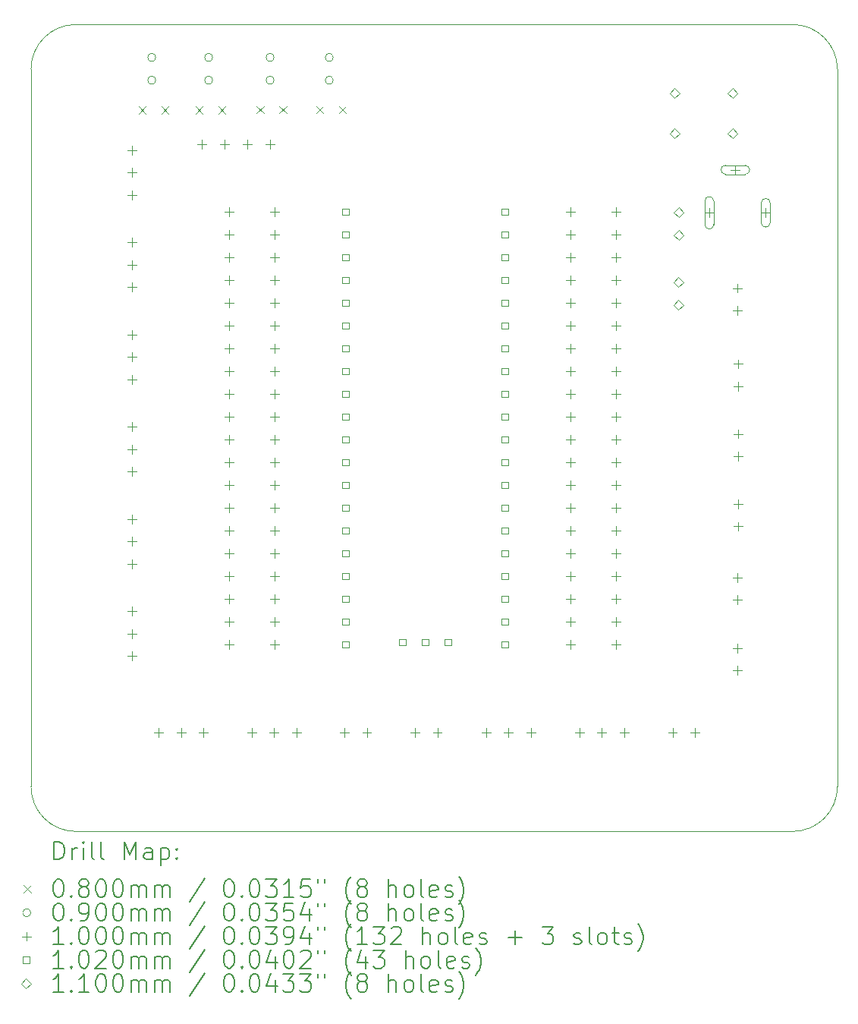
<source format=gbr>
%TF.GenerationSoftware,KiCad,Pcbnew,8.0.3*%
%TF.CreationDate,2024-07-10T23:00:10+09:00*%
%TF.ProjectId,power_control,706f7765-725f-4636-9f6e-74726f6c2e6b,rev?*%
%TF.SameCoordinates,PX5b8d800PY3473bc0*%
%TF.FileFunction,Drillmap*%
%TF.FilePolarity,Positive*%
%FSLAX45Y45*%
G04 Gerber Fmt 4.5, Leading zero omitted, Abs format (unit mm)*
G04 Created by KiCad (PCBNEW 8.0.3) date 2024-07-10 23:00:10*
%MOMM*%
%LPD*%
G01*
G04 APERTURE LIST*
%ADD10C,0.050000*%
%ADD11C,0.200000*%
%ADD12C,0.100000*%
%ADD13C,0.102000*%
%ADD14C,0.110000*%
G04 APERTURE END LIST*
D10*
X8500000Y0D02*
X500000Y0D01*
X9000000Y-8500000D02*
X9000000Y-500000D01*
X500000Y-9000000D02*
X8500000Y-9000000D01*
X0Y-500000D02*
X0Y-8500000D01*
X500000Y-9000000D02*
G75*
G02*
X0Y-8500000I0J500000D01*
G01*
X9000000Y-8500000D02*
G75*
G02*
X8500000Y-9000000I-500000J0D01*
G01*
X8500000Y0D02*
G75*
G02*
X9000000Y-500000I0J-500000D01*
G01*
X0Y-500000D02*
G75*
G02*
X500000Y0I500000J0D01*
G01*
D11*
D12*
X1202900Y-914100D02*
X1282900Y-994100D01*
X1282900Y-914100D02*
X1202900Y-994100D01*
X1456900Y-914100D02*
X1536900Y-994100D01*
X1536900Y-914100D02*
X1456900Y-994100D01*
X1837900Y-914100D02*
X1917900Y-994100D01*
X1917900Y-914100D02*
X1837900Y-994100D01*
X2091900Y-914100D02*
X2171900Y-994100D01*
X2171900Y-914100D02*
X2091900Y-994100D01*
X2519300Y-910400D02*
X2599300Y-990400D01*
X2599300Y-910400D02*
X2519300Y-990400D01*
X2773300Y-910400D02*
X2853300Y-990400D01*
X2853300Y-910400D02*
X2773300Y-990400D01*
X3184100Y-911600D02*
X3264100Y-991600D01*
X3264100Y-911600D02*
X3184100Y-991600D01*
X3438100Y-911600D02*
X3518100Y-991600D01*
X3518100Y-911600D02*
X3438100Y-991600D01*
X1392400Y-366900D02*
G75*
G02*
X1302400Y-366900I-45000J0D01*
G01*
X1302400Y-366900D02*
G75*
G02*
X1392400Y-366900I45000J0D01*
G01*
X1392400Y-620900D02*
G75*
G02*
X1302400Y-620900I-45000J0D01*
G01*
X1302400Y-620900D02*
G75*
G02*
X1392400Y-620900I45000J0D01*
G01*
X2027400Y-366900D02*
G75*
G02*
X1937400Y-366900I-45000J0D01*
G01*
X1937400Y-366900D02*
G75*
G02*
X2027400Y-366900I45000J0D01*
G01*
X2027400Y-620900D02*
G75*
G02*
X1937400Y-620900I-45000J0D01*
G01*
X1937400Y-620900D02*
G75*
G02*
X2027400Y-620900I45000J0D01*
G01*
X2713200Y-366900D02*
G75*
G02*
X2623200Y-366900I-45000J0D01*
G01*
X2623200Y-366900D02*
G75*
G02*
X2713200Y-366900I45000J0D01*
G01*
X2713200Y-620900D02*
G75*
G02*
X2623200Y-620900I-45000J0D01*
G01*
X2623200Y-620900D02*
G75*
G02*
X2713200Y-620900I45000J0D01*
G01*
X3373600Y-367400D02*
G75*
G02*
X3283600Y-367400I-45000J0D01*
G01*
X3283600Y-367400D02*
G75*
G02*
X3373600Y-367400I45000J0D01*
G01*
X3373600Y-621400D02*
G75*
G02*
X3283600Y-621400I-45000J0D01*
G01*
X3283600Y-621400D02*
G75*
G02*
X3373600Y-621400I45000J0D01*
G01*
X1127800Y-1350100D02*
X1127800Y-1450100D01*
X1077800Y-1400100D02*
X1177800Y-1400100D01*
X1127800Y-1600100D02*
X1127800Y-1700100D01*
X1077800Y-1650100D02*
X1177800Y-1650100D01*
X1127800Y-1850100D02*
X1127800Y-1950100D01*
X1077800Y-1900100D02*
X1177800Y-1900100D01*
X1127800Y-2378800D02*
X1127800Y-2478800D01*
X1077800Y-2428800D02*
X1177800Y-2428800D01*
X1127800Y-2628800D02*
X1127800Y-2728800D01*
X1077800Y-2678800D02*
X1177800Y-2678800D01*
X1127800Y-2878800D02*
X1127800Y-2978800D01*
X1077800Y-2928800D02*
X1177800Y-2928800D01*
X1127800Y-3407500D02*
X1127800Y-3507500D01*
X1077800Y-3457500D02*
X1177800Y-3457500D01*
X1127800Y-3657500D02*
X1127800Y-3757500D01*
X1077800Y-3707500D02*
X1177800Y-3707500D01*
X1127800Y-3907500D02*
X1127800Y-4007500D01*
X1077800Y-3957500D02*
X1177800Y-3957500D01*
X1127800Y-4436200D02*
X1127800Y-4536200D01*
X1077800Y-4486200D02*
X1177800Y-4486200D01*
X1127800Y-4686200D02*
X1127800Y-4786200D01*
X1077800Y-4736200D02*
X1177800Y-4736200D01*
X1127800Y-4936200D02*
X1127800Y-5036200D01*
X1077800Y-4986200D02*
X1177800Y-4986200D01*
X1127800Y-5464900D02*
X1127800Y-5564900D01*
X1077800Y-5514900D02*
X1177800Y-5514900D01*
X1127800Y-5714900D02*
X1127800Y-5814900D01*
X1077800Y-5764900D02*
X1177800Y-5764900D01*
X1127800Y-5964900D02*
X1127800Y-6064900D01*
X1077800Y-6014900D02*
X1177800Y-6014900D01*
X1127800Y-6493600D02*
X1127800Y-6593600D01*
X1077800Y-6543600D02*
X1177800Y-6543600D01*
X1127800Y-6743600D02*
X1127800Y-6843600D01*
X1077800Y-6793600D02*
X1177800Y-6793600D01*
X1127800Y-6993600D02*
X1127800Y-7093600D01*
X1077800Y-7043600D02*
X1177800Y-7043600D01*
X1425000Y-7845000D02*
X1425000Y-7945000D01*
X1375000Y-7895000D02*
X1475000Y-7895000D01*
X1675000Y-7845000D02*
X1675000Y-7945000D01*
X1625000Y-7895000D02*
X1725000Y-7895000D01*
X1906200Y-1282600D02*
X1906200Y-1382600D01*
X1856200Y-1332600D02*
X1956200Y-1332600D01*
X1925000Y-7845000D02*
X1925000Y-7945000D01*
X1875000Y-7895000D02*
X1975000Y-7895000D01*
X2160200Y-1282600D02*
X2160200Y-1382600D01*
X2110200Y-1332600D02*
X2210200Y-1332600D01*
X2211000Y-2037000D02*
X2211000Y-2137000D01*
X2161000Y-2087000D02*
X2261000Y-2087000D01*
X2211000Y-2291000D02*
X2211000Y-2391000D01*
X2161000Y-2341000D02*
X2261000Y-2341000D01*
X2211000Y-2545000D02*
X2211000Y-2645000D01*
X2161000Y-2595000D02*
X2261000Y-2595000D01*
X2211000Y-2799000D02*
X2211000Y-2899000D01*
X2161000Y-2849000D02*
X2261000Y-2849000D01*
X2211000Y-3053000D02*
X2211000Y-3153000D01*
X2161000Y-3103000D02*
X2261000Y-3103000D01*
X2211000Y-3307000D02*
X2211000Y-3407000D01*
X2161000Y-3357000D02*
X2261000Y-3357000D01*
X2211000Y-3561000D02*
X2211000Y-3661000D01*
X2161000Y-3611000D02*
X2261000Y-3611000D01*
X2211000Y-3815000D02*
X2211000Y-3915000D01*
X2161000Y-3865000D02*
X2261000Y-3865000D01*
X2211000Y-4069000D02*
X2211000Y-4169000D01*
X2161000Y-4119000D02*
X2261000Y-4119000D01*
X2211000Y-4323000D02*
X2211000Y-4423000D01*
X2161000Y-4373000D02*
X2261000Y-4373000D01*
X2211000Y-4577000D02*
X2211000Y-4677000D01*
X2161000Y-4627000D02*
X2261000Y-4627000D01*
X2211000Y-4831000D02*
X2211000Y-4931000D01*
X2161000Y-4881000D02*
X2261000Y-4881000D01*
X2211000Y-5085000D02*
X2211000Y-5185000D01*
X2161000Y-5135000D02*
X2261000Y-5135000D01*
X2211000Y-5339000D02*
X2211000Y-5439000D01*
X2161000Y-5389000D02*
X2261000Y-5389000D01*
X2211000Y-5593000D02*
X2211000Y-5693000D01*
X2161000Y-5643000D02*
X2261000Y-5643000D01*
X2211000Y-5847000D02*
X2211000Y-5947000D01*
X2161000Y-5897000D02*
X2261000Y-5897000D01*
X2211000Y-6101000D02*
X2211000Y-6201000D01*
X2161000Y-6151000D02*
X2261000Y-6151000D01*
X2211000Y-6355000D02*
X2211000Y-6455000D01*
X2161000Y-6405000D02*
X2261000Y-6405000D01*
X2211000Y-6609000D02*
X2211000Y-6709000D01*
X2161000Y-6659000D02*
X2261000Y-6659000D01*
X2211000Y-6863000D02*
X2211000Y-6963000D01*
X2161000Y-6913000D02*
X2261000Y-6913000D01*
X2414200Y-1282600D02*
X2414200Y-1382600D01*
X2364200Y-1332600D02*
X2464200Y-1332600D01*
X2463000Y-7845000D02*
X2463000Y-7945000D01*
X2413000Y-7895000D02*
X2513000Y-7895000D01*
X2668200Y-1282600D02*
X2668200Y-1382600D01*
X2618200Y-1332600D02*
X2718200Y-1332600D01*
X2713000Y-7845000D02*
X2713000Y-7945000D01*
X2663000Y-7895000D02*
X2763000Y-7895000D01*
X2719000Y-2036000D02*
X2719000Y-2136000D01*
X2669000Y-2086000D02*
X2769000Y-2086000D01*
X2719000Y-2290000D02*
X2719000Y-2390000D01*
X2669000Y-2340000D02*
X2769000Y-2340000D01*
X2719000Y-2544000D02*
X2719000Y-2644000D01*
X2669000Y-2594000D02*
X2769000Y-2594000D01*
X2719000Y-2798000D02*
X2719000Y-2898000D01*
X2669000Y-2848000D02*
X2769000Y-2848000D01*
X2719000Y-3052000D02*
X2719000Y-3152000D01*
X2669000Y-3102000D02*
X2769000Y-3102000D01*
X2719000Y-3306000D02*
X2719000Y-3406000D01*
X2669000Y-3356000D02*
X2769000Y-3356000D01*
X2719000Y-3560000D02*
X2719000Y-3660000D01*
X2669000Y-3610000D02*
X2769000Y-3610000D01*
X2719000Y-3814000D02*
X2719000Y-3914000D01*
X2669000Y-3864000D02*
X2769000Y-3864000D01*
X2719000Y-4068000D02*
X2719000Y-4168000D01*
X2669000Y-4118000D02*
X2769000Y-4118000D01*
X2719000Y-4322000D02*
X2719000Y-4422000D01*
X2669000Y-4372000D02*
X2769000Y-4372000D01*
X2719000Y-4576000D02*
X2719000Y-4676000D01*
X2669000Y-4626000D02*
X2769000Y-4626000D01*
X2719000Y-4830000D02*
X2719000Y-4930000D01*
X2669000Y-4880000D02*
X2769000Y-4880000D01*
X2719000Y-5084000D02*
X2719000Y-5184000D01*
X2669000Y-5134000D02*
X2769000Y-5134000D01*
X2719000Y-5338000D02*
X2719000Y-5438000D01*
X2669000Y-5388000D02*
X2769000Y-5388000D01*
X2719000Y-5592000D02*
X2719000Y-5692000D01*
X2669000Y-5642000D02*
X2769000Y-5642000D01*
X2719000Y-5846000D02*
X2719000Y-5946000D01*
X2669000Y-5896000D02*
X2769000Y-5896000D01*
X2719000Y-6100000D02*
X2719000Y-6200000D01*
X2669000Y-6150000D02*
X2769000Y-6150000D01*
X2719000Y-6354000D02*
X2719000Y-6454000D01*
X2669000Y-6404000D02*
X2769000Y-6404000D01*
X2719000Y-6608000D02*
X2719000Y-6708000D01*
X2669000Y-6658000D02*
X2769000Y-6658000D01*
X2719000Y-6862000D02*
X2719000Y-6962000D01*
X2669000Y-6912000D02*
X2769000Y-6912000D01*
X2963000Y-7845000D02*
X2963000Y-7945000D01*
X2913000Y-7895000D02*
X3013000Y-7895000D01*
X3497700Y-7848500D02*
X3497700Y-7948500D01*
X3447700Y-7898500D02*
X3547700Y-7898500D01*
X3747700Y-7848500D02*
X3747700Y-7948500D01*
X3697700Y-7898500D02*
X3797700Y-7898500D01*
X4285100Y-7848500D02*
X4285100Y-7948500D01*
X4235100Y-7898500D02*
X4335100Y-7898500D01*
X4535100Y-7848500D02*
X4535100Y-7948500D01*
X4485100Y-7898500D02*
X4585100Y-7898500D01*
X5079200Y-7845000D02*
X5079200Y-7945000D01*
X5029200Y-7895000D02*
X5129200Y-7895000D01*
X5329200Y-7845000D02*
X5329200Y-7945000D01*
X5279200Y-7895000D02*
X5379200Y-7895000D01*
X5579200Y-7845000D02*
X5579200Y-7945000D01*
X5529200Y-7895000D02*
X5629200Y-7895000D01*
X6021000Y-2037000D02*
X6021000Y-2137000D01*
X5971000Y-2087000D02*
X6071000Y-2087000D01*
X6021000Y-2291000D02*
X6021000Y-2391000D01*
X5971000Y-2341000D02*
X6071000Y-2341000D01*
X6021000Y-2545000D02*
X6021000Y-2645000D01*
X5971000Y-2595000D02*
X6071000Y-2595000D01*
X6021000Y-2799000D02*
X6021000Y-2899000D01*
X5971000Y-2849000D02*
X6071000Y-2849000D01*
X6021000Y-3053000D02*
X6021000Y-3153000D01*
X5971000Y-3103000D02*
X6071000Y-3103000D01*
X6021000Y-3307000D02*
X6021000Y-3407000D01*
X5971000Y-3357000D02*
X6071000Y-3357000D01*
X6021000Y-3561000D02*
X6021000Y-3661000D01*
X5971000Y-3611000D02*
X6071000Y-3611000D01*
X6021000Y-3815000D02*
X6021000Y-3915000D01*
X5971000Y-3865000D02*
X6071000Y-3865000D01*
X6021000Y-4069000D02*
X6021000Y-4169000D01*
X5971000Y-4119000D02*
X6071000Y-4119000D01*
X6021000Y-4323000D02*
X6021000Y-4423000D01*
X5971000Y-4373000D02*
X6071000Y-4373000D01*
X6021000Y-4577000D02*
X6021000Y-4677000D01*
X5971000Y-4627000D02*
X6071000Y-4627000D01*
X6021000Y-4831000D02*
X6021000Y-4931000D01*
X5971000Y-4881000D02*
X6071000Y-4881000D01*
X6021000Y-5085000D02*
X6021000Y-5185000D01*
X5971000Y-5135000D02*
X6071000Y-5135000D01*
X6021000Y-5339000D02*
X6021000Y-5439000D01*
X5971000Y-5389000D02*
X6071000Y-5389000D01*
X6021000Y-5593000D02*
X6021000Y-5693000D01*
X5971000Y-5643000D02*
X6071000Y-5643000D01*
X6021000Y-5847000D02*
X6021000Y-5947000D01*
X5971000Y-5897000D02*
X6071000Y-5897000D01*
X6021000Y-6101000D02*
X6021000Y-6201000D01*
X5971000Y-6151000D02*
X6071000Y-6151000D01*
X6021000Y-6355000D02*
X6021000Y-6455000D01*
X5971000Y-6405000D02*
X6071000Y-6405000D01*
X6021000Y-6609000D02*
X6021000Y-6709000D01*
X5971000Y-6659000D02*
X6071000Y-6659000D01*
X6021000Y-6863000D02*
X6021000Y-6963000D01*
X5971000Y-6913000D02*
X6071000Y-6913000D01*
X6120600Y-7845000D02*
X6120600Y-7945000D01*
X6070600Y-7895000D02*
X6170600Y-7895000D01*
X6370600Y-7845000D02*
X6370600Y-7945000D01*
X6320600Y-7895000D02*
X6420600Y-7895000D01*
X6529000Y-2037000D02*
X6529000Y-2137000D01*
X6479000Y-2087000D02*
X6579000Y-2087000D01*
X6529000Y-2291000D02*
X6529000Y-2391000D01*
X6479000Y-2341000D02*
X6579000Y-2341000D01*
X6529000Y-2545000D02*
X6529000Y-2645000D01*
X6479000Y-2595000D02*
X6579000Y-2595000D01*
X6529000Y-2799000D02*
X6529000Y-2899000D01*
X6479000Y-2849000D02*
X6579000Y-2849000D01*
X6529000Y-3053000D02*
X6529000Y-3153000D01*
X6479000Y-3103000D02*
X6579000Y-3103000D01*
X6529000Y-3307000D02*
X6529000Y-3407000D01*
X6479000Y-3357000D02*
X6579000Y-3357000D01*
X6529000Y-3561000D02*
X6529000Y-3661000D01*
X6479000Y-3611000D02*
X6579000Y-3611000D01*
X6529000Y-3815000D02*
X6529000Y-3915000D01*
X6479000Y-3865000D02*
X6579000Y-3865000D01*
X6529000Y-4069000D02*
X6529000Y-4169000D01*
X6479000Y-4119000D02*
X6579000Y-4119000D01*
X6529000Y-4323000D02*
X6529000Y-4423000D01*
X6479000Y-4373000D02*
X6579000Y-4373000D01*
X6529000Y-4577000D02*
X6529000Y-4677000D01*
X6479000Y-4627000D02*
X6579000Y-4627000D01*
X6529000Y-4831000D02*
X6529000Y-4931000D01*
X6479000Y-4881000D02*
X6579000Y-4881000D01*
X6529000Y-5085000D02*
X6529000Y-5185000D01*
X6479000Y-5135000D02*
X6579000Y-5135000D01*
X6529000Y-5339000D02*
X6529000Y-5439000D01*
X6479000Y-5389000D02*
X6579000Y-5389000D01*
X6529000Y-5593000D02*
X6529000Y-5693000D01*
X6479000Y-5643000D02*
X6579000Y-5643000D01*
X6529000Y-5847000D02*
X6529000Y-5947000D01*
X6479000Y-5897000D02*
X6579000Y-5897000D01*
X6529000Y-6101000D02*
X6529000Y-6201000D01*
X6479000Y-6151000D02*
X6579000Y-6151000D01*
X6529000Y-6355000D02*
X6529000Y-6455000D01*
X6479000Y-6405000D02*
X6579000Y-6405000D01*
X6529000Y-6609000D02*
X6529000Y-6709000D01*
X6479000Y-6659000D02*
X6579000Y-6659000D01*
X6529000Y-6863000D02*
X6529000Y-6963000D01*
X6479000Y-6913000D02*
X6579000Y-6913000D01*
X6620600Y-7845000D02*
X6620600Y-7945000D01*
X6570600Y-7895000D02*
X6670600Y-7895000D01*
X7160000Y-7845000D02*
X7160000Y-7945000D01*
X7110000Y-7895000D02*
X7210000Y-7895000D01*
X7410000Y-7845000D02*
X7410000Y-7945000D01*
X7360000Y-7895000D02*
X7460000Y-7895000D01*
X7570000Y-2050000D02*
X7570000Y-2150000D01*
X7520000Y-2100000D02*
X7620000Y-2100000D01*
X7620000Y-2230000D02*
X7620000Y-1970000D01*
X7520000Y-1970000D02*
G75*
G02*
X7620000Y-1970000I50000J0D01*
G01*
X7520000Y-1970000D02*
X7520000Y-2230000D01*
X7520000Y-2230000D02*
G75*
G03*
X7620000Y-2230000I50000J0D01*
G01*
X7860000Y-1570000D02*
X7860000Y-1670000D01*
X7810000Y-1620000D02*
X7910000Y-1620000D01*
X7750000Y-1670000D02*
X7970000Y-1670000D01*
X7970000Y-1570000D02*
G75*
G02*
X7970000Y-1670000I0J-50000D01*
G01*
X7970000Y-1570000D02*
X7750000Y-1570000D01*
X7750000Y-1570000D02*
G75*
G03*
X7750000Y-1670000I0J-50000D01*
G01*
X7886200Y-2890200D02*
X7886200Y-2990200D01*
X7836200Y-2940200D02*
X7936200Y-2940200D01*
X7886200Y-3140200D02*
X7886200Y-3240200D01*
X7836200Y-3190200D02*
X7936200Y-3190200D01*
X7886200Y-6117600D02*
X7886200Y-6217600D01*
X7836200Y-6167600D02*
X7936200Y-6167600D01*
X7886200Y-6367600D02*
X7886200Y-6467600D01*
X7836200Y-6417600D02*
X7936200Y-6417600D01*
X7886200Y-6905000D02*
X7886200Y-7005000D01*
X7836200Y-6955000D02*
X7936200Y-6955000D01*
X7886200Y-7155000D02*
X7886200Y-7255000D01*
X7836200Y-7205000D02*
X7936200Y-7205000D01*
X7891600Y-3735700D02*
X7891600Y-3835700D01*
X7841600Y-3785700D02*
X7941600Y-3785700D01*
X7891600Y-3985700D02*
X7891600Y-4085700D01*
X7841600Y-4035700D02*
X7941600Y-4035700D01*
X7891600Y-4515800D02*
X7891600Y-4615800D01*
X7841600Y-4565800D02*
X7941600Y-4565800D01*
X7891600Y-4765800D02*
X7891600Y-4865800D01*
X7841600Y-4815800D02*
X7941600Y-4815800D01*
X7891600Y-5297800D02*
X7891600Y-5397800D01*
X7841600Y-5347800D02*
X7941600Y-5347800D01*
X7891600Y-5547800D02*
X7891600Y-5647800D01*
X7841600Y-5597800D02*
X7941600Y-5597800D01*
X8200000Y-2050000D02*
X8200000Y-2150000D01*
X8150000Y-2100000D02*
X8250000Y-2100000D01*
X8250000Y-2210000D02*
X8250000Y-1990000D01*
X8150000Y-1990000D02*
G75*
G02*
X8250000Y-1990000I50000J0D01*
G01*
X8150000Y-1990000D02*
X8150000Y-2210000D01*
X8150000Y-2210000D02*
G75*
G03*
X8250000Y-2210000I50000J0D01*
G01*
D13*
X3547063Y-2123063D02*
X3547063Y-2050937D01*
X3474937Y-2050937D01*
X3474937Y-2123063D01*
X3547063Y-2123063D01*
X3547063Y-2377063D02*
X3547063Y-2304937D01*
X3474937Y-2304937D01*
X3474937Y-2377063D01*
X3547063Y-2377063D01*
X3547063Y-2631063D02*
X3547063Y-2558937D01*
X3474937Y-2558937D01*
X3474937Y-2631063D01*
X3547063Y-2631063D01*
X3547063Y-2885063D02*
X3547063Y-2812937D01*
X3474937Y-2812937D01*
X3474937Y-2885063D01*
X3547063Y-2885063D01*
X3547063Y-3139063D02*
X3547063Y-3066937D01*
X3474937Y-3066937D01*
X3474937Y-3139063D01*
X3547063Y-3139063D01*
X3547063Y-3393063D02*
X3547063Y-3320937D01*
X3474937Y-3320937D01*
X3474937Y-3393063D01*
X3547063Y-3393063D01*
X3547063Y-3647063D02*
X3547063Y-3574937D01*
X3474937Y-3574937D01*
X3474937Y-3647063D01*
X3547063Y-3647063D01*
X3547063Y-3901063D02*
X3547063Y-3828937D01*
X3474937Y-3828937D01*
X3474937Y-3901063D01*
X3547063Y-3901063D01*
X3547063Y-4155063D02*
X3547063Y-4082937D01*
X3474937Y-4082937D01*
X3474937Y-4155063D01*
X3547063Y-4155063D01*
X3547063Y-4409063D02*
X3547063Y-4336937D01*
X3474937Y-4336937D01*
X3474937Y-4409063D01*
X3547063Y-4409063D01*
X3547063Y-4663063D02*
X3547063Y-4590937D01*
X3474937Y-4590937D01*
X3474937Y-4663063D01*
X3547063Y-4663063D01*
X3547063Y-4917063D02*
X3547063Y-4844937D01*
X3474937Y-4844937D01*
X3474937Y-4917063D01*
X3547063Y-4917063D01*
X3547063Y-5171063D02*
X3547063Y-5098937D01*
X3474937Y-5098937D01*
X3474937Y-5171063D01*
X3547063Y-5171063D01*
X3547063Y-5425063D02*
X3547063Y-5352937D01*
X3474937Y-5352937D01*
X3474937Y-5425063D01*
X3547063Y-5425063D01*
X3547063Y-5679063D02*
X3547063Y-5606937D01*
X3474937Y-5606937D01*
X3474937Y-5679063D01*
X3547063Y-5679063D01*
X3547063Y-5933063D02*
X3547063Y-5860937D01*
X3474937Y-5860937D01*
X3474937Y-5933063D01*
X3547063Y-5933063D01*
X3547063Y-6187063D02*
X3547063Y-6114937D01*
X3474937Y-6114937D01*
X3474937Y-6187063D01*
X3547063Y-6187063D01*
X3547063Y-6441063D02*
X3547063Y-6368937D01*
X3474937Y-6368937D01*
X3474937Y-6441063D01*
X3547063Y-6441063D01*
X3547063Y-6695063D02*
X3547063Y-6622937D01*
X3474937Y-6622937D01*
X3474937Y-6695063D01*
X3547063Y-6695063D01*
X3547063Y-6949063D02*
X3547063Y-6876937D01*
X3474937Y-6876937D01*
X3474937Y-6949063D01*
X3547063Y-6949063D01*
X4182063Y-6926063D02*
X4182063Y-6853937D01*
X4109937Y-6853937D01*
X4109937Y-6926063D01*
X4182063Y-6926063D01*
X4436063Y-6926063D02*
X4436063Y-6853937D01*
X4363937Y-6853937D01*
X4363937Y-6926063D01*
X4436063Y-6926063D01*
X4690063Y-6926063D02*
X4690063Y-6853937D01*
X4617937Y-6853937D01*
X4617937Y-6926063D01*
X4690063Y-6926063D01*
X5325063Y-2123063D02*
X5325063Y-2050937D01*
X5252937Y-2050937D01*
X5252937Y-2123063D01*
X5325063Y-2123063D01*
X5325063Y-2377063D02*
X5325063Y-2304937D01*
X5252937Y-2304937D01*
X5252937Y-2377063D01*
X5325063Y-2377063D01*
X5325063Y-2631063D02*
X5325063Y-2558937D01*
X5252937Y-2558937D01*
X5252937Y-2631063D01*
X5325063Y-2631063D01*
X5325063Y-2885063D02*
X5325063Y-2812937D01*
X5252937Y-2812937D01*
X5252937Y-2885063D01*
X5325063Y-2885063D01*
X5325063Y-3139063D02*
X5325063Y-3066937D01*
X5252937Y-3066937D01*
X5252937Y-3139063D01*
X5325063Y-3139063D01*
X5325063Y-3393063D02*
X5325063Y-3320937D01*
X5252937Y-3320937D01*
X5252937Y-3393063D01*
X5325063Y-3393063D01*
X5325063Y-3647063D02*
X5325063Y-3574937D01*
X5252937Y-3574937D01*
X5252937Y-3647063D01*
X5325063Y-3647063D01*
X5325063Y-3901063D02*
X5325063Y-3828937D01*
X5252937Y-3828937D01*
X5252937Y-3901063D01*
X5325063Y-3901063D01*
X5325063Y-4155063D02*
X5325063Y-4082937D01*
X5252937Y-4082937D01*
X5252937Y-4155063D01*
X5325063Y-4155063D01*
X5325063Y-4409063D02*
X5325063Y-4336937D01*
X5252937Y-4336937D01*
X5252937Y-4409063D01*
X5325063Y-4409063D01*
X5325063Y-4663063D02*
X5325063Y-4590937D01*
X5252937Y-4590937D01*
X5252937Y-4663063D01*
X5325063Y-4663063D01*
X5325063Y-4917063D02*
X5325063Y-4844937D01*
X5252937Y-4844937D01*
X5252937Y-4917063D01*
X5325063Y-4917063D01*
X5325063Y-5171063D02*
X5325063Y-5098937D01*
X5252937Y-5098937D01*
X5252937Y-5171063D01*
X5325063Y-5171063D01*
X5325063Y-5425063D02*
X5325063Y-5352937D01*
X5252937Y-5352937D01*
X5252937Y-5425063D01*
X5325063Y-5425063D01*
X5325063Y-5679063D02*
X5325063Y-5606937D01*
X5252937Y-5606937D01*
X5252937Y-5679063D01*
X5325063Y-5679063D01*
X5325063Y-5933063D02*
X5325063Y-5860937D01*
X5252937Y-5860937D01*
X5252937Y-5933063D01*
X5325063Y-5933063D01*
X5325063Y-6187063D02*
X5325063Y-6114937D01*
X5252937Y-6114937D01*
X5252937Y-6187063D01*
X5325063Y-6187063D01*
X5325063Y-6441063D02*
X5325063Y-6368937D01*
X5252937Y-6368937D01*
X5252937Y-6441063D01*
X5325063Y-6441063D01*
X5325063Y-6695063D02*
X5325063Y-6622937D01*
X5252937Y-6622937D01*
X5252937Y-6695063D01*
X5325063Y-6695063D01*
X5325063Y-6949063D02*
X5325063Y-6876937D01*
X5252937Y-6876937D01*
X5252937Y-6949063D01*
X5325063Y-6949063D01*
D14*
X7181900Y-819700D02*
X7236900Y-764700D01*
X7181900Y-709700D01*
X7126900Y-764700D01*
X7181900Y-819700D01*
X7181900Y-1269700D02*
X7236900Y-1214700D01*
X7181900Y-1159700D01*
X7126900Y-1214700D01*
X7181900Y-1269700D01*
X7224960Y-2929380D02*
X7279960Y-2874380D01*
X7224960Y-2819380D01*
X7169960Y-2874380D01*
X7224960Y-2929380D01*
X7224960Y-3183380D02*
X7279960Y-3128380D01*
X7224960Y-3073380D01*
X7169960Y-3128380D01*
X7224960Y-3183380D01*
X7227500Y-2149600D02*
X7282500Y-2094600D01*
X7227500Y-2039600D01*
X7172500Y-2094600D01*
X7227500Y-2149600D01*
X7227500Y-2403600D02*
X7282500Y-2348600D01*
X7227500Y-2293600D01*
X7172500Y-2348600D01*
X7227500Y-2403600D01*
X7831900Y-819700D02*
X7886900Y-764700D01*
X7831900Y-709700D01*
X7776900Y-764700D01*
X7831900Y-819700D01*
X7831900Y-1269700D02*
X7886900Y-1214700D01*
X7831900Y-1159700D01*
X7776900Y-1214700D01*
X7831900Y-1269700D01*
D11*
X258277Y-9313984D02*
X258277Y-9113984D01*
X258277Y-9113984D02*
X305896Y-9113984D01*
X305896Y-9113984D02*
X334467Y-9123508D01*
X334467Y-9123508D02*
X353515Y-9142555D01*
X353515Y-9142555D02*
X363039Y-9161603D01*
X363039Y-9161603D02*
X372562Y-9199698D01*
X372562Y-9199698D02*
X372562Y-9228270D01*
X372562Y-9228270D02*
X363039Y-9266365D01*
X363039Y-9266365D02*
X353515Y-9285412D01*
X353515Y-9285412D02*
X334467Y-9304460D01*
X334467Y-9304460D02*
X305896Y-9313984D01*
X305896Y-9313984D02*
X258277Y-9313984D01*
X458277Y-9313984D02*
X458277Y-9180650D01*
X458277Y-9218746D02*
X467801Y-9199698D01*
X467801Y-9199698D02*
X477324Y-9190174D01*
X477324Y-9190174D02*
X496372Y-9180650D01*
X496372Y-9180650D02*
X515420Y-9180650D01*
X582086Y-9313984D02*
X582086Y-9180650D01*
X582086Y-9113984D02*
X572563Y-9123508D01*
X572563Y-9123508D02*
X582086Y-9133031D01*
X582086Y-9133031D02*
X591610Y-9123508D01*
X591610Y-9123508D02*
X582086Y-9113984D01*
X582086Y-9113984D02*
X582086Y-9133031D01*
X705896Y-9313984D02*
X686848Y-9304460D01*
X686848Y-9304460D02*
X677324Y-9285412D01*
X677324Y-9285412D02*
X677324Y-9113984D01*
X810658Y-9313984D02*
X791610Y-9304460D01*
X791610Y-9304460D02*
X782086Y-9285412D01*
X782086Y-9285412D02*
X782086Y-9113984D01*
X1039229Y-9313984D02*
X1039229Y-9113984D01*
X1039229Y-9113984D02*
X1105896Y-9256841D01*
X1105896Y-9256841D02*
X1172563Y-9113984D01*
X1172563Y-9113984D02*
X1172563Y-9313984D01*
X1353515Y-9313984D02*
X1353515Y-9209222D01*
X1353515Y-9209222D02*
X1343991Y-9190174D01*
X1343991Y-9190174D02*
X1324944Y-9180650D01*
X1324944Y-9180650D02*
X1286848Y-9180650D01*
X1286848Y-9180650D02*
X1267801Y-9190174D01*
X1353515Y-9304460D02*
X1334467Y-9313984D01*
X1334467Y-9313984D02*
X1286848Y-9313984D01*
X1286848Y-9313984D02*
X1267801Y-9304460D01*
X1267801Y-9304460D02*
X1258277Y-9285412D01*
X1258277Y-9285412D02*
X1258277Y-9266365D01*
X1258277Y-9266365D02*
X1267801Y-9247317D01*
X1267801Y-9247317D02*
X1286848Y-9237793D01*
X1286848Y-9237793D02*
X1334467Y-9237793D01*
X1334467Y-9237793D02*
X1353515Y-9228270D01*
X1448753Y-9180650D02*
X1448753Y-9380650D01*
X1448753Y-9190174D02*
X1467801Y-9180650D01*
X1467801Y-9180650D02*
X1505896Y-9180650D01*
X1505896Y-9180650D02*
X1524943Y-9190174D01*
X1524943Y-9190174D02*
X1534467Y-9199698D01*
X1534467Y-9199698D02*
X1543991Y-9218746D01*
X1543991Y-9218746D02*
X1543991Y-9275889D01*
X1543991Y-9275889D02*
X1534467Y-9294936D01*
X1534467Y-9294936D02*
X1524943Y-9304460D01*
X1524943Y-9304460D02*
X1505896Y-9313984D01*
X1505896Y-9313984D02*
X1467801Y-9313984D01*
X1467801Y-9313984D02*
X1448753Y-9304460D01*
X1629705Y-9294936D02*
X1639229Y-9304460D01*
X1639229Y-9304460D02*
X1629705Y-9313984D01*
X1629705Y-9313984D02*
X1620182Y-9304460D01*
X1620182Y-9304460D02*
X1629705Y-9294936D01*
X1629705Y-9294936D02*
X1629705Y-9313984D01*
X1629705Y-9190174D02*
X1639229Y-9199698D01*
X1639229Y-9199698D02*
X1629705Y-9209222D01*
X1629705Y-9209222D02*
X1620182Y-9199698D01*
X1620182Y-9199698D02*
X1629705Y-9190174D01*
X1629705Y-9190174D02*
X1629705Y-9209222D01*
D12*
X-82500Y-9602500D02*
X-2500Y-9682500D01*
X-2500Y-9602500D02*
X-82500Y-9682500D01*
D11*
X296372Y-9533984D02*
X315420Y-9533984D01*
X315420Y-9533984D02*
X334467Y-9543508D01*
X334467Y-9543508D02*
X343991Y-9553031D01*
X343991Y-9553031D02*
X353515Y-9572079D01*
X353515Y-9572079D02*
X363039Y-9610174D01*
X363039Y-9610174D02*
X363039Y-9657793D01*
X363039Y-9657793D02*
X353515Y-9695889D01*
X353515Y-9695889D02*
X343991Y-9714936D01*
X343991Y-9714936D02*
X334467Y-9724460D01*
X334467Y-9724460D02*
X315420Y-9733984D01*
X315420Y-9733984D02*
X296372Y-9733984D01*
X296372Y-9733984D02*
X277324Y-9724460D01*
X277324Y-9724460D02*
X267801Y-9714936D01*
X267801Y-9714936D02*
X258277Y-9695889D01*
X258277Y-9695889D02*
X248753Y-9657793D01*
X248753Y-9657793D02*
X248753Y-9610174D01*
X248753Y-9610174D02*
X258277Y-9572079D01*
X258277Y-9572079D02*
X267801Y-9553031D01*
X267801Y-9553031D02*
X277324Y-9543508D01*
X277324Y-9543508D02*
X296372Y-9533984D01*
X448753Y-9714936D02*
X458277Y-9724460D01*
X458277Y-9724460D02*
X448753Y-9733984D01*
X448753Y-9733984D02*
X439229Y-9724460D01*
X439229Y-9724460D02*
X448753Y-9714936D01*
X448753Y-9714936D02*
X448753Y-9733984D01*
X572563Y-9619698D02*
X553515Y-9610174D01*
X553515Y-9610174D02*
X543991Y-9600650D01*
X543991Y-9600650D02*
X534467Y-9581603D01*
X534467Y-9581603D02*
X534467Y-9572079D01*
X534467Y-9572079D02*
X543991Y-9553031D01*
X543991Y-9553031D02*
X553515Y-9543508D01*
X553515Y-9543508D02*
X572563Y-9533984D01*
X572563Y-9533984D02*
X610658Y-9533984D01*
X610658Y-9533984D02*
X629705Y-9543508D01*
X629705Y-9543508D02*
X639229Y-9553031D01*
X639229Y-9553031D02*
X648753Y-9572079D01*
X648753Y-9572079D02*
X648753Y-9581603D01*
X648753Y-9581603D02*
X639229Y-9600650D01*
X639229Y-9600650D02*
X629705Y-9610174D01*
X629705Y-9610174D02*
X610658Y-9619698D01*
X610658Y-9619698D02*
X572563Y-9619698D01*
X572563Y-9619698D02*
X553515Y-9629222D01*
X553515Y-9629222D02*
X543991Y-9638746D01*
X543991Y-9638746D02*
X534467Y-9657793D01*
X534467Y-9657793D02*
X534467Y-9695889D01*
X534467Y-9695889D02*
X543991Y-9714936D01*
X543991Y-9714936D02*
X553515Y-9724460D01*
X553515Y-9724460D02*
X572563Y-9733984D01*
X572563Y-9733984D02*
X610658Y-9733984D01*
X610658Y-9733984D02*
X629705Y-9724460D01*
X629705Y-9724460D02*
X639229Y-9714936D01*
X639229Y-9714936D02*
X648753Y-9695889D01*
X648753Y-9695889D02*
X648753Y-9657793D01*
X648753Y-9657793D02*
X639229Y-9638746D01*
X639229Y-9638746D02*
X629705Y-9629222D01*
X629705Y-9629222D02*
X610658Y-9619698D01*
X772562Y-9533984D02*
X791610Y-9533984D01*
X791610Y-9533984D02*
X810658Y-9543508D01*
X810658Y-9543508D02*
X820182Y-9553031D01*
X820182Y-9553031D02*
X829705Y-9572079D01*
X829705Y-9572079D02*
X839229Y-9610174D01*
X839229Y-9610174D02*
X839229Y-9657793D01*
X839229Y-9657793D02*
X829705Y-9695889D01*
X829705Y-9695889D02*
X820182Y-9714936D01*
X820182Y-9714936D02*
X810658Y-9724460D01*
X810658Y-9724460D02*
X791610Y-9733984D01*
X791610Y-9733984D02*
X772562Y-9733984D01*
X772562Y-9733984D02*
X753515Y-9724460D01*
X753515Y-9724460D02*
X743991Y-9714936D01*
X743991Y-9714936D02*
X734467Y-9695889D01*
X734467Y-9695889D02*
X724943Y-9657793D01*
X724943Y-9657793D02*
X724943Y-9610174D01*
X724943Y-9610174D02*
X734467Y-9572079D01*
X734467Y-9572079D02*
X743991Y-9553031D01*
X743991Y-9553031D02*
X753515Y-9543508D01*
X753515Y-9543508D02*
X772562Y-9533984D01*
X963039Y-9533984D02*
X982086Y-9533984D01*
X982086Y-9533984D02*
X1001134Y-9543508D01*
X1001134Y-9543508D02*
X1010658Y-9553031D01*
X1010658Y-9553031D02*
X1020182Y-9572079D01*
X1020182Y-9572079D02*
X1029705Y-9610174D01*
X1029705Y-9610174D02*
X1029705Y-9657793D01*
X1029705Y-9657793D02*
X1020182Y-9695889D01*
X1020182Y-9695889D02*
X1010658Y-9714936D01*
X1010658Y-9714936D02*
X1001134Y-9724460D01*
X1001134Y-9724460D02*
X982086Y-9733984D01*
X982086Y-9733984D02*
X963039Y-9733984D01*
X963039Y-9733984D02*
X943991Y-9724460D01*
X943991Y-9724460D02*
X934467Y-9714936D01*
X934467Y-9714936D02*
X924943Y-9695889D01*
X924943Y-9695889D02*
X915420Y-9657793D01*
X915420Y-9657793D02*
X915420Y-9610174D01*
X915420Y-9610174D02*
X924943Y-9572079D01*
X924943Y-9572079D02*
X934467Y-9553031D01*
X934467Y-9553031D02*
X943991Y-9543508D01*
X943991Y-9543508D02*
X963039Y-9533984D01*
X1115420Y-9733984D02*
X1115420Y-9600650D01*
X1115420Y-9619698D02*
X1124944Y-9610174D01*
X1124944Y-9610174D02*
X1143991Y-9600650D01*
X1143991Y-9600650D02*
X1172563Y-9600650D01*
X1172563Y-9600650D02*
X1191610Y-9610174D01*
X1191610Y-9610174D02*
X1201134Y-9629222D01*
X1201134Y-9629222D02*
X1201134Y-9733984D01*
X1201134Y-9629222D02*
X1210658Y-9610174D01*
X1210658Y-9610174D02*
X1229705Y-9600650D01*
X1229705Y-9600650D02*
X1258277Y-9600650D01*
X1258277Y-9600650D02*
X1277325Y-9610174D01*
X1277325Y-9610174D02*
X1286848Y-9629222D01*
X1286848Y-9629222D02*
X1286848Y-9733984D01*
X1382086Y-9733984D02*
X1382086Y-9600650D01*
X1382086Y-9619698D02*
X1391610Y-9610174D01*
X1391610Y-9610174D02*
X1410658Y-9600650D01*
X1410658Y-9600650D02*
X1439229Y-9600650D01*
X1439229Y-9600650D02*
X1458277Y-9610174D01*
X1458277Y-9610174D02*
X1467801Y-9629222D01*
X1467801Y-9629222D02*
X1467801Y-9733984D01*
X1467801Y-9629222D02*
X1477324Y-9610174D01*
X1477324Y-9610174D02*
X1496372Y-9600650D01*
X1496372Y-9600650D02*
X1524943Y-9600650D01*
X1524943Y-9600650D02*
X1543991Y-9610174D01*
X1543991Y-9610174D02*
X1553515Y-9629222D01*
X1553515Y-9629222D02*
X1553515Y-9733984D01*
X1943991Y-9524460D02*
X1772563Y-9781603D01*
X2201134Y-9533984D02*
X2220182Y-9533984D01*
X2220182Y-9533984D02*
X2239229Y-9543508D01*
X2239229Y-9543508D02*
X2248753Y-9553031D01*
X2248753Y-9553031D02*
X2258277Y-9572079D01*
X2258277Y-9572079D02*
X2267801Y-9610174D01*
X2267801Y-9610174D02*
X2267801Y-9657793D01*
X2267801Y-9657793D02*
X2258277Y-9695889D01*
X2258277Y-9695889D02*
X2248753Y-9714936D01*
X2248753Y-9714936D02*
X2239229Y-9724460D01*
X2239229Y-9724460D02*
X2220182Y-9733984D01*
X2220182Y-9733984D02*
X2201134Y-9733984D01*
X2201134Y-9733984D02*
X2182087Y-9724460D01*
X2182087Y-9724460D02*
X2172563Y-9714936D01*
X2172563Y-9714936D02*
X2163039Y-9695889D01*
X2163039Y-9695889D02*
X2153515Y-9657793D01*
X2153515Y-9657793D02*
X2153515Y-9610174D01*
X2153515Y-9610174D02*
X2163039Y-9572079D01*
X2163039Y-9572079D02*
X2172563Y-9553031D01*
X2172563Y-9553031D02*
X2182087Y-9543508D01*
X2182087Y-9543508D02*
X2201134Y-9533984D01*
X2353515Y-9714936D02*
X2363039Y-9724460D01*
X2363039Y-9724460D02*
X2353515Y-9733984D01*
X2353515Y-9733984D02*
X2343991Y-9724460D01*
X2343991Y-9724460D02*
X2353515Y-9714936D01*
X2353515Y-9714936D02*
X2353515Y-9733984D01*
X2486848Y-9533984D02*
X2505896Y-9533984D01*
X2505896Y-9533984D02*
X2524944Y-9543508D01*
X2524944Y-9543508D02*
X2534468Y-9553031D01*
X2534468Y-9553031D02*
X2543991Y-9572079D01*
X2543991Y-9572079D02*
X2553515Y-9610174D01*
X2553515Y-9610174D02*
X2553515Y-9657793D01*
X2553515Y-9657793D02*
X2543991Y-9695889D01*
X2543991Y-9695889D02*
X2534468Y-9714936D01*
X2534468Y-9714936D02*
X2524944Y-9724460D01*
X2524944Y-9724460D02*
X2505896Y-9733984D01*
X2505896Y-9733984D02*
X2486848Y-9733984D01*
X2486848Y-9733984D02*
X2467801Y-9724460D01*
X2467801Y-9724460D02*
X2458277Y-9714936D01*
X2458277Y-9714936D02*
X2448753Y-9695889D01*
X2448753Y-9695889D02*
X2439229Y-9657793D01*
X2439229Y-9657793D02*
X2439229Y-9610174D01*
X2439229Y-9610174D02*
X2448753Y-9572079D01*
X2448753Y-9572079D02*
X2458277Y-9553031D01*
X2458277Y-9553031D02*
X2467801Y-9543508D01*
X2467801Y-9543508D02*
X2486848Y-9533984D01*
X2620182Y-9533984D02*
X2743991Y-9533984D01*
X2743991Y-9533984D02*
X2677325Y-9610174D01*
X2677325Y-9610174D02*
X2705896Y-9610174D01*
X2705896Y-9610174D02*
X2724944Y-9619698D01*
X2724944Y-9619698D02*
X2734468Y-9629222D01*
X2734468Y-9629222D02*
X2743991Y-9648270D01*
X2743991Y-9648270D02*
X2743991Y-9695889D01*
X2743991Y-9695889D02*
X2734468Y-9714936D01*
X2734468Y-9714936D02*
X2724944Y-9724460D01*
X2724944Y-9724460D02*
X2705896Y-9733984D01*
X2705896Y-9733984D02*
X2648753Y-9733984D01*
X2648753Y-9733984D02*
X2629706Y-9724460D01*
X2629706Y-9724460D02*
X2620182Y-9714936D01*
X2934467Y-9733984D02*
X2820182Y-9733984D01*
X2877325Y-9733984D02*
X2877325Y-9533984D01*
X2877325Y-9533984D02*
X2858277Y-9562555D01*
X2858277Y-9562555D02*
X2839229Y-9581603D01*
X2839229Y-9581603D02*
X2820182Y-9591127D01*
X3115420Y-9533984D02*
X3020182Y-9533984D01*
X3020182Y-9533984D02*
X3010658Y-9629222D01*
X3010658Y-9629222D02*
X3020182Y-9619698D01*
X3020182Y-9619698D02*
X3039229Y-9610174D01*
X3039229Y-9610174D02*
X3086848Y-9610174D01*
X3086848Y-9610174D02*
X3105896Y-9619698D01*
X3105896Y-9619698D02*
X3115420Y-9629222D01*
X3115420Y-9629222D02*
X3124944Y-9648270D01*
X3124944Y-9648270D02*
X3124944Y-9695889D01*
X3124944Y-9695889D02*
X3115420Y-9714936D01*
X3115420Y-9714936D02*
X3105896Y-9724460D01*
X3105896Y-9724460D02*
X3086848Y-9733984D01*
X3086848Y-9733984D02*
X3039229Y-9733984D01*
X3039229Y-9733984D02*
X3020182Y-9724460D01*
X3020182Y-9724460D02*
X3010658Y-9714936D01*
X3201134Y-9533984D02*
X3201134Y-9572079D01*
X3277325Y-9533984D02*
X3277325Y-9572079D01*
X3572563Y-9810174D02*
X3563039Y-9800650D01*
X3563039Y-9800650D02*
X3543991Y-9772079D01*
X3543991Y-9772079D02*
X3534468Y-9753031D01*
X3534468Y-9753031D02*
X3524944Y-9724460D01*
X3524944Y-9724460D02*
X3515420Y-9676841D01*
X3515420Y-9676841D02*
X3515420Y-9638746D01*
X3515420Y-9638746D02*
X3524944Y-9591127D01*
X3524944Y-9591127D02*
X3534468Y-9562555D01*
X3534468Y-9562555D02*
X3543991Y-9543508D01*
X3543991Y-9543508D02*
X3563039Y-9514936D01*
X3563039Y-9514936D02*
X3572563Y-9505412D01*
X3677325Y-9619698D02*
X3658277Y-9610174D01*
X3658277Y-9610174D02*
X3648753Y-9600650D01*
X3648753Y-9600650D02*
X3639229Y-9581603D01*
X3639229Y-9581603D02*
X3639229Y-9572079D01*
X3639229Y-9572079D02*
X3648753Y-9553031D01*
X3648753Y-9553031D02*
X3658277Y-9543508D01*
X3658277Y-9543508D02*
X3677325Y-9533984D01*
X3677325Y-9533984D02*
X3715420Y-9533984D01*
X3715420Y-9533984D02*
X3734468Y-9543508D01*
X3734468Y-9543508D02*
X3743991Y-9553031D01*
X3743991Y-9553031D02*
X3753515Y-9572079D01*
X3753515Y-9572079D02*
X3753515Y-9581603D01*
X3753515Y-9581603D02*
X3743991Y-9600650D01*
X3743991Y-9600650D02*
X3734468Y-9610174D01*
X3734468Y-9610174D02*
X3715420Y-9619698D01*
X3715420Y-9619698D02*
X3677325Y-9619698D01*
X3677325Y-9619698D02*
X3658277Y-9629222D01*
X3658277Y-9629222D02*
X3648753Y-9638746D01*
X3648753Y-9638746D02*
X3639229Y-9657793D01*
X3639229Y-9657793D02*
X3639229Y-9695889D01*
X3639229Y-9695889D02*
X3648753Y-9714936D01*
X3648753Y-9714936D02*
X3658277Y-9724460D01*
X3658277Y-9724460D02*
X3677325Y-9733984D01*
X3677325Y-9733984D02*
X3715420Y-9733984D01*
X3715420Y-9733984D02*
X3734468Y-9724460D01*
X3734468Y-9724460D02*
X3743991Y-9714936D01*
X3743991Y-9714936D02*
X3753515Y-9695889D01*
X3753515Y-9695889D02*
X3753515Y-9657793D01*
X3753515Y-9657793D02*
X3743991Y-9638746D01*
X3743991Y-9638746D02*
X3734468Y-9629222D01*
X3734468Y-9629222D02*
X3715420Y-9619698D01*
X3991610Y-9733984D02*
X3991610Y-9533984D01*
X4077325Y-9733984D02*
X4077325Y-9629222D01*
X4077325Y-9629222D02*
X4067801Y-9610174D01*
X4067801Y-9610174D02*
X4048753Y-9600650D01*
X4048753Y-9600650D02*
X4020182Y-9600650D01*
X4020182Y-9600650D02*
X4001134Y-9610174D01*
X4001134Y-9610174D02*
X3991610Y-9619698D01*
X4201134Y-9733984D02*
X4182087Y-9724460D01*
X4182087Y-9724460D02*
X4172563Y-9714936D01*
X4172563Y-9714936D02*
X4163039Y-9695889D01*
X4163039Y-9695889D02*
X4163039Y-9638746D01*
X4163039Y-9638746D02*
X4172563Y-9619698D01*
X4172563Y-9619698D02*
X4182087Y-9610174D01*
X4182087Y-9610174D02*
X4201134Y-9600650D01*
X4201134Y-9600650D02*
X4229706Y-9600650D01*
X4229706Y-9600650D02*
X4248753Y-9610174D01*
X4248753Y-9610174D02*
X4258277Y-9619698D01*
X4258277Y-9619698D02*
X4267801Y-9638746D01*
X4267801Y-9638746D02*
X4267801Y-9695889D01*
X4267801Y-9695889D02*
X4258277Y-9714936D01*
X4258277Y-9714936D02*
X4248753Y-9724460D01*
X4248753Y-9724460D02*
X4229706Y-9733984D01*
X4229706Y-9733984D02*
X4201134Y-9733984D01*
X4382087Y-9733984D02*
X4363039Y-9724460D01*
X4363039Y-9724460D02*
X4353515Y-9705412D01*
X4353515Y-9705412D02*
X4353515Y-9533984D01*
X4534468Y-9724460D02*
X4515420Y-9733984D01*
X4515420Y-9733984D02*
X4477325Y-9733984D01*
X4477325Y-9733984D02*
X4458277Y-9724460D01*
X4458277Y-9724460D02*
X4448753Y-9705412D01*
X4448753Y-9705412D02*
X4448753Y-9629222D01*
X4448753Y-9629222D02*
X4458277Y-9610174D01*
X4458277Y-9610174D02*
X4477325Y-9600650D01*
X4477325Y-9600650D02*
X4515420Y-9600650D01*
X4515420Y-9600650D02*
X4534468Y-9610174D01*
X4534468Y-9610174D02*
X4543992Y-9629222D01*
X4543992Y-9629222D02*
X4543992Y-9648270D01*
X4543992Y-9648270D02*
X4448753Y-9667317D01*
X4620182Y-9724460D02*
X4639230Y-9733984D01*
X4639230Y-9733984D02*
X4677325Y-9733984D01*
X4677325Y-9733984D02*
X4696373Y-9724460D01*
X4696373Y-9724460D02*
X4705896Y-9705412D01*
X4705896Y-9705412D02*
X4705896Y-9695889D01*
X4705896Y-9695889D02*
X4696373Y-9676841D01*
X4696373Y-9676841D02*
X4677325Y-9667317D01*
X4677325Y-9667317D02*
X4648753Y-9667317D01*
X4648753Y-9667317D02*
X4629706Y-9657793D01*
X4629706Y-9657793D02*
X4620182Y-9638746D01*
X4620182Y-9638746D02*
X4620182Y-9629222D01*
X4620182Y-9629222D02*
X4629706Y-9610174D01*
X4629706Y-9610174D02*
X4648753Y-9600650D01*
X4648753Y-9600650D02*
X4677325Y-9600650D01*
X4677325Y-9600650D02*
X4696373Y-9610174D01*
X4772563Y-9810174D02*
X4782087Y-9800650D01*
X4782087Y-9800650D02*
X4801134Y-9772079D01*
X4801134Y-9772079D02*
X4810658Y-9753031D01*
X4810658Y-9753031D02*
X4820182Y-9724460D01*
X4820182Y-9724460D02*
X4829706Y-9676841D01*
X4829706Y-9676841D02*
X4829706Y-9638746D01*
X4829706Y-9638746D02*
X4820182Y-9591127D01*
X4820182Y-9591127D02*
X4810658Y-9562555D01*
X4810658Y-9562555D02*
X4801134Y-9543508D01*
X4801134Y-9543508D02*
X4782087Y-9514936D01*
X4782087Y-9514936D02*
X4772563Y-9505412D01*
D12*
X-2500Y-9906500D02*
G75*
G02*
X-92500Y-9906500I-45000J0D01*
G01*
X-92500Y-9906500D02*
G75*
G02*
X-2500Y-9906500I45000J0D01*
G01*
D11*
X296372Y-9797984D02*
X315420Y-9797984D01*
X315420Y-9797984D02*
X334467Y-9807508D01*
X334467Y-9807508D02*
X343991Y-9817031D01*
X343991Y-9817031D02*
X353515Y-9836079D01*
X353515Y-9836079D02*
X363039Y-9874174D01*
X363039Y-9874174D02*
X363039Y-9921793D01*
X363039Y-9921793D02*
X353515Y-9959889D01*
X353515Y-9959889D02*
X343991Y-9978936D01*
X343991Y-9978936D02*
X334467Y-9988460D01*
X334467Y-9988460D02*
X315420Y-9997984D01*
X315420Y-9997984D02*
X296372Y-9997984D01*
X296372Y-9997984D02*
X277324Y-9988460D01*
X277324Y-9988460D02*
X267801Y-9978936D01*
X267801Y-9978936D02*
X258277Y-9959889D01*
X258277Y-9959889D02*
X248753Y-9921793D01*
X248753Y-9921793D02*
X248753Y-9874174D01*
X248753Y-9874174D02*
X258277Y-9836079D01*
X258277Y-9836079D02*
X267801Y-9817031D01*
X267801Y-9817031D02*
X277324Y-9807508D01*
X277324Y-9807508D02*
X296372Y-9797984D01*
X448753Y-9978936D02*
X458277Y-9988460D01*
X458277Y-9988460D02*
X448753Y-9997984D01*
X448753Y-9997984D02*
X439229Y-9988460D01*
X439229Y-9988460D02*
X448753Y-9978936D01*
X448753Y-9978936D02*
X448753Y-9997984D01*
X553515Y-9997984D02*
X591610Y-9997984D01*
X591610Y-9997984D02*
X610658Y-9988460D01*
X610658Y-9988460D02*
X620182Y-9978936D01*
X620182Y-9978936D02*
X639229Y-9950365D01*
X639229Y-9950365D02*
X648753Y-9912270D01*
X648753Y-9912270D02*
X648753Y-9836079D01*
X648753Y-9836079D02*
X639229Y-9817031D01*
X639229Y-9817031D02*
X629705Y-9807508D01*
X629705Y-9807508D02*
X610658Y-9797984D01*
X610658Y-9797984D02*
X572563Y-9797984D01*
X572563Y-9797984D02*
X553515Y-9807508D01*
X553515Y-9807508D02*
X543991Y-9817031D01*
X543991Y-9817031D02*
X534467Y-9836079D01*
X534467Y-9836079D02*
X534467Y-9883698D01*
X534467Y-9883698D02*
X543991Y-9902746D01*
X543991Y-9902746D02*
X553515Y-9912270D01*
X553515Y-9912270D02*
X572563Y-9921793D01*
X572563Y-9921793D02*
X610658Y-9921793D01*
X610658Y-9921793D02*
X629705Y-9912270D01*
X629705Y-9912270D02*
X639229Y-9902746D01*
X639229Y-9902746D02*
X648753Y-9883698D01*
X772562Y-9797984D02*
X791610Y-9797984D01*
X791610Y-9797984D02*
X810658Y-9807508D01*
X810658Y-9807508D02*
X820182Y-9817031D01*
X820182Y-9817031D02*
X829705Y-9836079D01*
X829705Y-9836079D02*
X839229Y-9874174D01*
X839229Y-9874174D02*
X839229Y-9921793D01*
X839229Y-9921793D02*
X829705Y-9959889D01*
X829705Y-9959889D02*
X820182Y-9978936D01*
X820182Y-9978936D02*
X810658Y-9988460D01*
X810658Y-9988460D02*
X791610Y-9997984D01*
X791610Y-9997984D02*
X772562Y-9997984D01*
X772562Y-9997984D02*
X753515Y-9988460D01*
X753515Y-9988460D02*
X743991Y-9978936D01*
X743991Y-9978936D02*
X734467Y-9959889D01*
X734467Y-9959889D02*
X724943Y-9921793D01*
X724943Y-9921793D02*
X724943Y-9874174D01*
X724943Y-9874174D02*
X734467Y-9836079D01*
X734467Y-9836079D02*
X743991Y-9817031D01*
X743991Y-9817031D02*
X753515Y-9807508D01*
X753515Y-9807508D02*
X772562Y-9797984D01*
X963039Y-9797984D02*
X982086Y-9797984D01*
X982086Y-9797984D02*
X1001134Y-9807508D01*
X1001134Y-9807508D02*
X1010658Y-9817031D01*
X1010658Y-9817031D02*
X1020182Y-9836079D01*
X1020182Y-9836079D02*
X1029705Y-9874174D01*
X1029705Y-9874174D02*
X1029705Y-9921793D01*
X1029705Y-9921793D02*
X1020182Y-9959889D01*
X1020182Y-9959889D02*
X1010658Y-9978936D01*
X1010658Y-9978936D02*
X1001134Y-9988460D01*
X1001134Y-9988460D02*
X982086Y-9997984D01*
X982086Y-9997984D02*
X963039Y-9997984D01*
X963039Y-9997984D02*
X943991Y-9988460D01*
X943991Y-9988460D02*
X934467Y-9978936D01*
X934467Y-9978936D02*
X924943Y-9959889D01*
X924943Y-9959889D02*
X915420Y-9921793D01*
X915420Y-9921793D02*
X915420Y-9874174D01*
X915420Y-9874174D02*
X924943Y-9836079D01*
X924943Y-9836079D02*
X934467Y-9817031D01*
X934467Y-9817031D02*
X943991Y-9807508D01*
X943991Y-9807508D02*
X963039Y-9797984D01*
X1115420Y-9997984D02*
X1115420Y-9864650D01*
X1115420Y-9883698D02*
X1124944Y-9874174D01*
X1124944Y-9874174D02*
X1143991Y-9864650D01*
X1143991Y-9864650D02*
X1172563Y-9864650D01*
X1172563Y-9864650D02*
X1191610Y-9874174D01*
X1191610Y-9874174D02*
X1201134Y-9893222D01*
X1201134Y-9893222D02*
X1201134Y-9997984D01*
X1201134Y-9893222D02*
X1210658Y-9874174D01*
X1210658Y-9874174D02*
X1229705Y-9864650D01*
X1229705Y-9864650D02*
X1258277Y-9864650D01*
X1258277Y-9864650D02*
X1277325Y-9874174D01*
X1277325Y-9874174D02*
X1286848Y-9893222D01*
X1286848Y-9893222D02*
X1286848Y-9997984D01*
X1382086Y-9997984D02*
X1382086Y-9864650D01*
X1382086Y-9883698D02*
X1391610Y-9874174D01*
X1391610Y-9874174D02*
X1410658Y-9864650D01*
X1410658Y-9864650D02*
X1439229Y-9864650D01*
X1439229Y-9864650D02*
X1458277Y-9874174D01*
X1458277Y-9874174D02*
X1467801Y-9893222D01*
X1467801Y-9893222D02*
X1467801Y-9997984D01*
X1467801Y-9893222D02*
X1477324Y-9874174D01*
X1477324Y-9874174D02*
X1496372Y-9864650D01*
X1496372Y-9864650D02*
X1524943Y-9864650D01*
X1524943Y-9864650D02*
X1543991Y-9874174D01*
X1543991Y-9874174D02*
X1553515Y-9893222D01*
X1553515Y-9893222D02*
X1553515Y-9997984D01*
X1943991Y-9788460D02*
X1772563Y-10045603D01*
X2201134Y-9797984D02*
X2220182Y-9797984D01*
X2220182Y-9797984D02*
X2239229Y-9807508D01*
X2239229Y-9807508D02*
X2248753Y-9817031D01*
X2248753Y-9817031D02*
X2258277Y-9836079D01*
X2258277Y-9836079D02*
X2267801Y-9874174D01*
X2267801Y-9874174D02*
X2267801Y-9921793D01*
X2267801Y-9921793D02*
X2258277Y-9959889D01*
X2258277Y-9959889D02*
X2248753Y-9978936D01*
X2248753Y-9978936D02*
X2239229Y-9988460D01*
X2239229Y-9988460D02*
X2220182Y-9997984D01*
X2220182Y-9997984D02*
X2201134Y-9997984D01*
X2201134Y-9997984D02*
X2182087Y-9988460D01*
X2182087Y-9988460D02*
X2172563Y-9978936D01*
X2172563Y-9978936D02*
X2163039Y-9959889D01*
X2163039Y-9959889D02*
X2153515Y-9921793D01*
X2153515Y-9921793D02*
X2153515Y-9874174D01*
X2153515Y-9874174D02*
X2163039Y-9836079D01*
X2163039Y-9836079D02*
X2172563Y-9817031D01*
X2172563Y-9817031D02*
X2182087Y-9807508D01*
X2182087Y-9807508D02*
X2201134Y-9797984D01*
X2353515Y-9978936D02*
X2363039Y-9988460D01*
X2363039Y-9988460D02*
X2353515Y-9997984D01*
X2353515Y-9997984D02*
X2343991Y-9988460D01*
X2343991Y-9988460D02*
X2353515Y-9978936D01*
X2353515Y-9978936D02*
X2353515Y-9997984D01*
X2486848Y-9797984D02*
X2505896Y-9797984D01*
X2505896Y-9797984D02*
X2524944Y-9807508D01*
X2524944Y-9807508D02*
X2534468Y-9817031D01*
X2534468Y-9817031D02*
X2543991Y-9836079D01*
X2543991Y-9836079D02*
X2553515Y-9874174D01*
X2553515Y-9874174D02*
X2553515Y-9921793D01*
X2553515Y-9921793D02*
X2543991Y-9959889D01*
X2543991Y-9959889D02*
X2534468Y-9978936D01*
X2534468Y-9978936D02*
X2524944Y-9988460D01*
X2524944Y-9988460D02*
X2505896Y-9997984D01*
X2505896Y-9997984D02*
X2486848Y-9997984D01*
X2486848Y-9997984D02*
X2467801Y-9988460D01*
X2467801Y-9988460D02*
X2458277Y-9978936D01*
X2458277Y-9978936D02*
X2448753Y-9959889D01*
X2448753Y-9959889D02*
X2439229Y-9921793D01*
X2439229Y-9921793D02*
X2439229Y-9874174D01*
X2439229Y-9874174D02*
X2448753Y-9836079D01*
X2448753Y-9836079D02*
X2458277Y-9817031D01*
X2458277Y-9817031D02*
X2467801Y-9807508D01*
X2467801Y-9807508D02*
X2486848Y-9797984D01*
X2620182Y-9797984D02*
X2743991Y-9797984D01*
X2743991Y-9797984D02*
X2677325Y-9874174D01*
X2677325Y-9874174D02*
X2705896Y-9874174D01*
X2705896Y-9874174D02*
X2724944Y-9883698D01*
X2724944Y-9883698D02*
X2734468Y-9893222D01*
X2734468Y-9893222D02*
X2743991Y-9912270D01*
X2743991Y-9912270D02*
X2743991Y-9959889D01*
X2743991Y-9959889D02*
X2734468Y-9978936D01*
X2734468Y-9978936D02*
X2724944Y-9988460D01*
X2724944Y-9988460D02*
X2705896Y-9997984D01*
X2705896Y-9997984D02*
X2648753Y-9997984D01*
X2648753Y-9997984D02*
X2629706Y-9988460D01*
X2629706Y-9988460D02*
X2620182Y-9978936D01*
X2924944Y-9797984D02*
X2829706Y-9797984D01*
X2829706Y-9797984D02*
X2820182Y-9893222D01*
X2820182Y-9893222D02*
X2829706Y-9883698D01*
X2829706Y-9883698D02*
X2848753Y-9874174D01*
X2848753Y-9874174D02*
X2896372Y-9874174D01*
X2896372Y-9874174D02*
X2915420Y-9883698D01*
X2915420Y-9883698D02*
X2924944Y-9893222D01*
X2924944Y-9893222D02*
X2934467Y-9912270D01*
X2934467Y-9912270D02*
X2934467Y-9959889D01*
X2934467Y-9959889D02*
X2924944Y-9978936D01*
X2924944Y-9978936D02*
X2915420Y-9988460D01*
X2915420Y-9988460D02*
X2896372Y-9997984D01*
X2896372Y-9997984D02*
X2848753Y-9997984D01*
X2848753Y-9997984D02*
X2829706Y-9988460D01*
X2829706Y-9988460D02*
X2820182Y-9978936D01*
X3105896Y-9864650D02*
X3105896Y-9997984D01*
X3058277Y-9788460D02*
X3010658Y-9931317D01*
X3010658Y-9931317D02*
X3134467Y-9931317D01*
X3201134Y-9797984D02*
X3201134Y-9836079D01*
X3277325Y-9797984D02*
X3277325Y-9836079D01*
X3572563Y-10074174D02*
X3563039Y-10064650D01*
X3563039Y-10064650D02*
X3543991Y-10036079D01*
X3543991Y-10036079D02*
X3534468Y-10017031D01*
X3534468Y-10017031D02*
X3524944Y-9988460D01*
X3524944Y-9988460D02*
X3515420Y-9940841D01*
X3515420Y-9940841D02*
X3515420Y-9902746D01*
X3515420Y-9902746D02*
X3524944Y-9855127D01*
X3524944Y-9855127D02*
X3534468Y-9826555D01*
X3534468Y-9826555D02*
X3543991Y-9807508D01*
X3543991Y-9807508D02*
X3563039Y-9778936D01*
X3563039Y-9778936D02*
X3572563Y-9769412D01*
X3677325Y-9883698D02*
X3658277Y-9874174D01*
X3658277Y-9874174D02*
X3648753Y-9864650D01*
X3648753Y-9864650D02*
X3639229Y-9845603D01*
X3639229Y-9845603D02*
X3639229Y-9836079D01*
X3639229Y-9836079D02*
X3648753Y-9817031D01*
X3648753Y-9817031D02*
X3658277Y-9807508D01*
X3658277Y-9807508D02*
X3677325Y-9797984D01*
X3677325Y-9797984D02*
X3715420Y-9797984D01*
X3715420Y-9797984D02*
X3734468Y-9807508D01*
X3734468Y-9807508D02*
X3743991Y-9817031D01*
X3743991Y-9817031D02*
X3753515Y-9836079D01*
X3753515Y-9836079D02*
X3753515Y-9845603D01*
X3753515Y-9845603D02*
X3743991Y-9864650D01*
X3743991Y-9864650D02*
X3734468Y-9874174D01*
X3734468Y-9874174D02*
X3715420Y-9883698D01*
X3715420Y-9883698D02*
X3677325Y-9883698D01*
X3677325Y-9883698D02*
X3658277Y-9893222D01*
X3658277Y-9893222D02*
X3648753Y-9902746D01*
X3648753Y-9902746D02*
X3639229Y-9921793D01*
X3639229Y-9921793D02*
X3639229Y-9959889D01*
X3639229Y-9959889D02*
X3648753Y-9978936D01*
X3648753Y-9978936D02*
X3658277Y-9988460D01*
X3658277Y-9988460D02*
X3677325Y-9997984D01*
X3677325Y-9997984D02*
X3715420Y-9997984D01*
X3715420Y-9997984D02*
X3734468Y-9988460D01*
X3734468Y-9988460D02*
X3743991Y-9978936D01*
X3743991Y-9978936D02*
X3753515Y-9959889D01*
X3753515Y-9959889D02*
X3753515Y-9921793D01*
X3753515Y-9921793D02*
X3743991Y-9902746D01*
X3743991Y-9902746D02*
X3734468Y-9893222D01*
X3734468Y-9893222D02*
X3715420Y-9883698D01*
X3991610Y-9997984D02*
X3991610Y-9797984D01*
X4077325Y-9997984D02*
X4077325Y-9893222D01*
X4077325Y-9893222D02*
X4067801Y-9874174D01*
X4067801Y-9874174D02*
X4048753Y-9864650D01*
X4048753Y-9864650D02*
X4020182Y-9864650D01*
X4020182Y-9864650D02*
X4001134Y-9874174D01*
X4001134Y-9874174D02*
X3991610Y-9883698D01*
X4201134Y-9997984D02*
X4182087Y-9988460D01*
X4182087Y-9988460D02*
X4172563Y-9978936D01*
X4172563Y-9978936D02*
X4163039Y-9959889D01*
X4163039Y-9959889D02*
X4163039Y-9902746D01*
X4163039Y-9902746D02*
X4172563Y-9883698D01*
X4172563Y-9883698D02*
X4182087Y-9874174D01*
X4182087Y-9874174D02*
X4201134Y-9864650D01*
X4201134Y-9864650D02*
X4229706Y-9864650D01*
X4229706Y-9864650D02*
X4248753Y-9874174D01*
X4248753Y-9874174D02*
X4258277Y-9883698D01*
X4258277Y-9883698D02*
X4267801Y-9902746D01*
X4267801Y-9902746D02*
X4267801Y-9959889D01*
X4267801Y-9959889D02*
X4258277Y-9978936D01*
X4258277Y-9978936D02*
X4248753Y-9988460D01*
X4248753Y-9988460D02*
X4229706Y-9997984D01*
X4229706Y-9997984D02*
X4201134Y-9997984D01*
X4382087Y-9997984D02*
X4363039Y-9988460D01*
X4363039Y-9988460D02*
X4353515Y-9969412D01*
X4353515Y-9969412D02*
X4353515Y-9797984D01*
X4534468Y-9988460D02*
X4515420Y-9997984D01*
X4515420Y-9997984D02*
X4477325Y-9997984D01*
X4477325Y-9997984D02*
X4458277Y-9988460D01*
X4458277Y-9988460D02*
X4448753Y-9969412D01*
X4448753Y-9969412D02*
X4448753Y-9893222D01*
X4448753Y-9893222D02*
X4458277Y-9874174D01*
X4458277Y-9874174D02*
X4477325Y-9864650D01*
X4477325Y-9864650D02*
X4515420Y-9864650D01*
X4515420Y-9864650D02*
X4534468Y-9874174D01*
X4534468Y-9874174D02*
X4543992Y-9893222D01*
X4543992Y-9893222D02*
X4543992Y-9912270D01*
X4543992Y-9912270D02*
X4448753Y-9931317D01*
X4620182Y-9988460D02*
X4639230Y-9997984D01*
X4639230Y-9997984D02*
X4677325Y-9997984D01*
X4677325Y-9997984D02*
X4696373Y-9988460D01*
X4696373Y-9988460D02*
X4705896Y-9969412D01*
X4705896Y-9969412D02*
X4705896Y-9959889D01*
X4705896Y-9959889D02*
X4696373Y-9940841D01*
X4696373Y-9940841D02*
X4677325Y-9931317D01*
X4677325Y-9931317D02*
X4648753Y-9931317D01*
X4648753Y-9931317D02*
X4629706Y-9921793D01*
X4629706Y-9921793D02*
X4620182Y-9902746D01*
X4620182Y-9902746D02*
X4620182Y-9893222D01*
X4620182Y-9893222D02*
X4629706Y-9874174D01*
X4629706Y-9874174D02*
X4648753Y-9864650D01*
X4648753Y-9864650D02*
X4677325Y-9864650D01*
X4677325Y-9864650D02*
X4696373Y-9874174D01*
X4772563Y-10074174D02*
X4782087Y-10064650D01*
X4782087Y-10064650D02*
X4801134Y-10036079D01*
X4801134Y-10036079D02*
X4810658Y-10017031D01*
X4810658Y-10017031D02*
X4820182Y-9988460D01*
X4820182Y-9988460D02*
X4829706Y-9940841D01*
X4829706Y-9940841D02*
X4829706Y-9902746D01*
X4829706Y-9902746D02*
X4820182Y-9855127D01*
X4820182Y-9855127D02*
X4810658Y-9826555D01*
X4810658Y-9826555D02*
X4801134Y-9807508D01*
X4801134Y-9807508D02*
X4782087Y-9778936D01*
X4782087Y-9778936D02*
X4772563Y-9769412D01*
D12*
X-52500Y-10120500D02*
X-52500Y-10220500D01*
X-102500Y-10170500D02*
X-2500Y-10170500D01*
D11*
X363039Y-10261984D02*
X248753Y-10261984D01*
X305896Y-10261984D02*
X305896Y-10061984D01*
X305896Y-10061984D02*
X286848Y-10090555D01*
X286848Y-10090555D02*
X267801Y-10109603D01*
X267801Y-10109603D02*
X248753Y-10119127D01*
X448753Y-10242936D02*
X458277Y-10252460D01*
X458277Y-10252460D02*
X448753Y-10261984D01*
X448753Y-10261984D02*
X439229Y-10252460D01*
X439229Y-10252460D02*
X448753Y-10242936D01*
X448753Y-10242936D02*
X448753Y-10261984D01*
X582086Y-10061984D02*
X601134Y-10061984D01*
X601134Y-10061984D02*
X620182Y-10071508D01*
X620182Y-10071508D02*
X629705Y-10081031D01*
X629705Y-10081031D02*
X639229Y-10100079D01*
X639229Y-10100079D02*
X648753Y-10138174D01*
X648753Y-10138174D02*
X648753Y-10185793D01*
X648753Y-10185793D02*
X639229Y-10223889D01*
X639229Y-10223889D02*
X629705Y-10242936D01*
X629705Y-10242936D02*
X620182Y-10252460D01*
X620182Y-10252460D02*
X601134Y-10261984D01*
X601134Y-10261984D02*
X582086Y-10261984D01*
X582086Y-10261984D02*
X563039Y-10252460D01*
X563039Y-10252460D02*
X553515Y-10242936D01*
X553515Y-10242936D02*
X543991Y-10223889D01*
X543991Y-10223889D02*
X534467Y-10185793D01*
X534467Y-10185793D02*
X534467Y-10138174D01*
X534467Y-10138174D02*
X543991Y-10100079D01*
X543991Y-10100079D02*
X553515Y-10081031D01*
X553515Y-10081031D02*
X563039Y-10071508D01*
X563039Y-10071508D02*
X582086Y-10061984D01*
X772562Y-10061984D02*
X791610Y-10061984D01*
X791610Y-10061984D02*
X810658Y-10071508D01*
X810658Y-10071508D02*
X820182Y-10081031D01*
X820182Y-10081031D02*
X829705Y-10100079D01*
X829705Y-10100079D02*
X839229Y-10138174D01*
X839229Y-10138174D02*
X839229Y-10185793D01*
X839229Y-10185793D02*
X829705Y-10223889D01*
X829705Y-10223889D02*
X820182Y-10242936D01*
X820182Y-10242936D02*
X810658Y-10252460D01*
X810658Y-10252460D02*
X791610Y-10261984D01*
X791610Y-10261984D02*
X772562Y-10261984D01*
X772562Y-10261984D02*
X753515Y-10252460D01*
X753515Y-10252460D02*
X743991Y-10242936D01*
X743991Y-10242936D02*
X734467Y-10223889D01*
X734467Y-10223889D02*
X724943Y-10185793D01*
X724943Y-10185793D02*
X724943Y-10138174D01*
X724943Y-10138174D02*
X734467Y-10100079D01*
X734467Y-10100079D02*
X743991Y-10081031D01*
X743991Y-10081031D02*
X753515Y-10071508D01*
X753515Y-10071508D02*
X772562Y-10061984D01*
X963039Y-10061984D02*
X982086Y-10061984D01*
X982086Y-10061984D02*
X1001134Y-10071508D01*
X1001134Y-10071508D02*
X1010658Y-10081031D01*
X1010658Y-10081031D02*
X1020182Y-10100079D01*
X1020182Y-10100079D02*
X1029705Y-10138174D01*
X1029705Y-10138174D02*
X1029705Y-10185793D01*
X1029705Y-10185793D02*
X1020182Y-10223889D01*
X1020182Y-10223889D02*
X1010658Y-10242936D01*
X1010658Y-10242936D02*
X1001134Y-10252460D01*
X1001134Y-10252460D02*
X982086Y-10261984D01*
X982086Y-10261984D02*
X963039Y-10261984D01*
X963039Y-10261984D02*
X943991Y-10252460D01*
X943991Y-10252460D02*
X934467Y-10242936D01*
X934467Y-10242936D02*
X924943Y-10223889D01*
X924943Y-10223889D02*
X915420Y-10185793D01*
X915420Y-10185793D02*
X915420Y-10138174D01*
X915420Y-10138174D02*
X924943Y-10100079D01*
X924943Y-10100079D02*
X934467Y-10081031D01*
X934467Y-10081031D02*
X943991Y-10071508D01*
X943991Y-10071508D02*
X963039Y-10061984D01*
X1115420Y-10261984D02*
X1115420Y-10128650D01*
X1115420Y-10147698D02*
X1124944Y-10138174D01*
X1124944Y-10138174D02*
X1143991Y-10128650D01*
X1143991Y-10128650D02*
X1172563Y-10128650D01*
X1172563Y-10128650D02*
X1191610Y-10138174D01*
X1191610Y-10138174D02*
X1201134Y-10157222D01*
X1201134Y-10157222D02*
X1201134Y-10261984D01*
X1201134Y-10157222D02*
X1210658Y-10138174D01*
X1210658Y-10138174D02*
X1229705Y-10128650D01*
X1229705Y-10128650D02*
X1258277Y-10128650D01*
X1258277Y-10128650D02*
X1277325Y-10138174D01*
X1277325Y-10138174D02*
X1286848Y-10157222D01*
X1286848Y-10157222D02*
X1286848Y-10261984D01*
X1382086Y-10261984D02*
X1382086Y-10128650D01*
X1382086Y-10147698D02*
X1391610Y-10138174D01*
X1391610Y-10138174D02*
X1410658Y-10128650D01*
X1410658Y-10128650D02*
X1439229Y-10128650D01*
X1439229Y-10128650D02*
X1458277Y-10138174D01*
X1458277Y-10138174D02*
X1467801Y-10157222D01*
X1467801Y-10157222D02*
X1467801Y-10261984D01*
X1467801Y-10157222D02*
X1477324Y-10138174D01*
X1477324Y-10138174D02*
X1496372Y-10128650D01*
X1496372Y-10128650D02*
X1524943Y-10128650D01*
X1524943Y-10128650D02*
X1543991Y-10138174D01*
X1543991Y-10138174D02*
X1553515Y-10157222D01*
X1553515Y-10157222D02*
X1553515Y-10261984D01*
X1943991Y-10052460D02*
X1772563Y-10309603D01*
X2201134Y-10061984D02*
X2220182Y-10061984D01*
X2220182Y-10061984D02*
X2239229Y-10071508D01*
X2239229Y-10071508D02*
X2248753Y-10081031D01*
X2248753Y-10081031D02*
X2258277Y-10100079D01*
X2258277Y-10100079D02*
X2267801Y-10138174D01*
X2267801Y-10138174D02*
X2267801Y-10185793D01*
X2267801Y-10185793D02*
X2258277Y-10223889D01*
X2258277Y-10223889D02*
X2248753Y-10242936D01*
X2248753Y-10242936D02*
X2239229Y-10252460D01*
X2239229Y-10252460D02*
X2220182Y-10261984D01*
X2220182Y-10261984D02*
X2201134Y-10261984D01*
X2201134Y-10261984D02*
X2182087Y-10252460D01*
X2182087Y-10252460D02*
X2172563Y-10242936D01*
X2172563Y-10242936D02*
X2163039Y-10223889D01*
X2163039Y-10223889D02*
X2153515Y-10185793D01*
X2153515Y-10185793D02*
X2153515Y-10138174D01*
X2153515Y-10138174D02*
X2163039Y-10100079D01*
X2163039Y-10100079D02*
X2172563Y-10081031D01*
X2172563Y-10081031D02*
X2182087Y-10071508D01*
X2182087Y-10071508D02*
X2201134Y-10061984D01*
X2353515Y-10242936D02*
X2363039Y-10252460D01*
X2363039Y-10252460D02*
X2353515Y-10261984D01*
X2353515Y-10261984D02*
X2343991Y-10252460D01*
X2343991Y-10252460D02*
X2353515Y-10242936D01*
X2353515Y-10242936D02*
X2353515Y-10261984D01*
X2486848Y-10061984D02*
X2505896Y-10061984D01*
X2505896Y-10061984D02*
X2524944Y-10071508D01*
X2524944Y-10071508D02*
X2534468Y-10081031D01*
X2534468Y-10081031D02*
X2543991Y-10100079D01*
X2543991Y-10100079D02*
X2553515Y-10138174D01*
X2553515Y-10138174D02*
X2553515Y-10185793D01*
X2553515Y-10185793D02*
X2543991Y-10223889D01*
X2543991Y-10223889D02*
X2534468Y-10242936D01*
X2534468Y-10242936D02*
X2524944Y-10252460D01*
X2524944Y-10252460D02*
X2505896Y-10261984D01*
X2505896Y-10261984D02*
X2486848Y-10261984D01*
X2486848Y-10261984D02*
X2467801Y-10252460D01*
X2467801Y-10252460D02*
X2458277Y-10242936D01*
X2458277Y-10242936D02*
X2448753Y-10223889D01*
X2448753Y-10223889D02*
X2439229Y-10185793D01*
X2439229Y-10185793D02*
X2439229Y-10138174D01*
X2439229Y-10138174D02*
X2448753Y-10100079D01*
X2448753Y-10100079D02*
X2458277Y-10081031D01*
X2458277Y-10081031D02*
X2467801Y-10071508D01*
X2467801Y-10071508D02*
X2486848Y-10061984D01*
X2620182Y-10061984D02*
X2743991Y-10061984D01*
X2743991Y-10061984D02*
X2677325Y-10138174D01*
X2677325Y-10138174D02*
X2705896Y-10138174D01*
X2705896Y-10138174D02*
X2724944Y-10147698D01*
X2724944Y-10147698D02*
X2734468Y-10157222D01*
X2734468Y-10157222D02*
X2743991Y-10176270D01*
X2743991Y-10176270D02*
X2743991Y-10223889D01*
X2743991Y-10223889D02*
X2734468Y-10242936D01*
X2734468Y-10242936D02*
X2724944Y-10252460D01*
X2724944Y-10252460D02*
X2705896Y-10261984D01*
X2705896Y-10261984D02*
X2648753Y-10261984D01*
X2648753Y-10261984D02*
X2629706Y-10252460D01*
X2629706Y-10252460D02*
X2620182Y-10242936D01*
X2839229Y-10261984D02*
X2877325Y-10261984D01*
X2877325Y-10261984D02*
X2896372Y-10252460D01*
X2896372Y-10252460D02*
X2905896Y-10242936D01*
X2905896Y-10242936D02*
X2924944Y-10214365D01*
X2924944Y-10214365D02*
X2934467Y-10176270D01*
X2934467Y-10176270D02*
X2934467Y-10100079D01*
X2934467Y-10100079D02*
X2924944Y-10081031D01*
X2924944Y-10081031D02*
X2915420Y-10071508D01*
X2915420Y-10071508D02*
X2896372Y-10061984D01*
X2896372Y-10061984D02*
X2858277Y-10061984D01*
X2858277Y-10061984D02*
X2839229Y-10071508D01*
X2839229Y-10071508D02*
X2829706Y-10081031D01*
X2829706Y-10081031D02*
X2820182Y-10100079D01*
X2820182Y-10100079D02*
X2820182Y-10147698D01*
X2820182Y-10147698D02*
X2829706Y-10166746D01*
X2829706Y-10166746D02*
X2839229Y-10176270D01*
X2839229Y-10176270D02*
X2858277Y-10185793D01*
X2858277Y-10185793D02*
X2896372Y-10185793D01*
X2896372Y-10185793D02*
X2915420Y-10176270D01*
X2915420Y-10176270D02*
X2924944Y-10166746D01*
X2924944Y-10166746D02*
X2934467Y-10147698D01*
X3105896Y-10128650D02*
X3105896Y-10261984D01*
X3058277Y-10052460D02*
X3010658Y-10195317D01*
X3010658Y-10195317D02*
X3134467Y-10195317D01*
X3201134Y-10061984D02*
X3201134Y-10100079D01*
X3277325Y-10061984D02*
X3277325Y-10100079D01*
X3572563Y-10338174D02*
X3563039Y-10328650D01*
X3563039Y-10328650D02*
X3543991Y-10300079D01*
X3543991Y-10300079D02*
X3534468Y-10281031D01*
X3534468Y-10281031D02*
X3524944Y-10252460D01*
X3524944Y-10252460D02*
X3515420Y-10204841D01*
X3515420Y-10204841D02*
X3515420Y-10166746D01*
X3515420Y-10166746D02*
X3524944Y-10119127D01*
X3524944Y-10119127D02*
X3534468Y-10090555D01*
X3534468Y-10090555D02*
X3543991Y-10071508D01*
X3543991Y-10071508D02*
X3563039Y-10042936D01*
X3563039Y-10042936D02*
X3572563Y-10033412D01*
X3753515Y-10261984D02*
X3639229Y-10261984D01*
X3696372Y-10261984D02*
X3696372Y-10061984D01*
X3696372Y-10061984D02*
X3677325Y-10090555D01*
X3677325Y-10090555D02*
X3658277Y-10109603D01*
X3658277Y-10109603D02*
X3639229Y-10119127D01*
X3820182Y-10061984D02*
X3943991Y-10061984D01*
X3943991Y-10061984D02*
X3877325Y-10138174D01*
X3877325Y-10138174D02*
X3905896Y-10138174D01*
X3905896Y-10138174D02*
X3924944Y-10147698D01*
X3924944Y-10147698D02*
X3934468Y-10157222D01*
X3934468Y-10157222D02*
X3943991Y-10176270D01*
X3943991Y-10176270D02*
X3943991Y-10223889D01*
X3943991Y-10223889D02*
X3934468Y-10242936D01*
X3934468Y-10242936D02*
X3924944Y-10252460D01*
X3924944Y-10252460D02*
X3905896Y-10261984D01*
X3905896Y-10261984D02*
X3848753Y-10261984D01*
X3848753Y-10261984D02*
X3829706Y-10252460D01*
X3829706Y-10252460D02*
X3820182Y-10242936D01*
X4020182Y-10081031D02*
X4029706Y-10071508D01*
X4029706Y-10071508D02*
X4048753Y-10061984D01*
X4048753Y-10061984D02*
X4096372Y-10061984D01*
X4096372Y-10061984D02*
X4115420Y-10071508D01*
X4115420Y-10071508D02*
X4124944Y-10081031D01*
X4124944Y-10081031D02*
X4134468Y-10100079D01*
X4134468Y-10100079D02*
X4134468Y-10119127D01*
X4134468Y-10119127D02*
X4124944Y-10147698D01*
X4124944Y-10147698D02*
X4010658Y-10261984D01*
X4010658Y-10261984D02*
X4134468Y-10261984D01*
X4372563Y-10261984D02*
X4372563Y-10061984D01*
X4458277Y-10261984D02*
X4458277Y-10157222D01*
X4458277Y-10157222D02*
X4448753Y-10138174D01*
X4448753Y-10138174D02*
X4429706Y-10128650D01*
X4429706Y-10128650D02*
X4401134Y-10128650D01*
X4401134Y-10128650D02*
X4382087Y-10138174D01*
X4382087Y-10138174D02*
X4372563Y-10147698D01*
X4582087Y-10261984D02*
X4563039Y-10252460D01*
X4563039Y-10252460D02*
X4553515Y-10242936D01*
X4553515Y-10242936D02*
X4543992Y-10223889D01*
X4543992Y-10223889D02*
X4543992Y-10166746D01*
X4543992Y-10166746D02*
X4553515Y-10147698D01*
X4553515Y-10147698D02*
X4563039Y-10138174D01*
X4563039Y-10138174D02*
X4582087Y-10128650D01*
X4582087Y-10128650D02*
X4610658Y-10128650D01*
X4610658Y-10128650D02*
X4629706Y-10138174D01*
X4629706Y-10138174D02*
X4639230Y-10147698D01*
X4639230Y-10147698D02*
X4648753Y-10166746D01*
X4648753Y-10166746D02*
X4648753Y-10223889D01*
X4648753Y-10223889D02*
X4639230Y-10242936D01*
X4639230Y-10242936D02*
X4629706Y-10252460D01*
X4629706Y-10252460D02*
X4610658Y-10261984D01*
X4610658Y-10261984D02*
X4582087Y-10261984D01*
X4763039Y-10261984D02*
X4743992Y-10252460D01*
X4743992Y-10252460D02*
X4734468Y-10233412D01*
X4734468Y-10233412D02*
X4734468Y-10061984D01*
X4915420Y-10252460D02*
X4896373Y-10261984D01*
X4896373Y-10261984D02*
X4858277Y-10261984D01*
X4858277Y-10261984D02*
X4839230Y-10252460D01*
X4839230Y-10252460D02*
X4829706Y-10233412D01*
X4829706Y-10233412D02*
X4829706Y-10157222D01*
X4829706Y-10157222D02*
X4839230Y-10138174D01*
X4839230Y-10138174D02*
X4858277Y-10128650D01*
X4858277Y-10128650D02*
X4896373Y-10128650D01*
X4896373Y-10128650D02*
X4915420Y-10138174D01*
X4915420Y-10138174D02*
X4924944Y-10157222D01*
X4924944Y-10157222D02*
X4924944Y-10176270D01*
X4924944Y-10176270D02*
X4829706Y-10195317D01*
X5001134Y-10252460D02*
X5020182Y-10261984D01*
X5020182Y-10261984D02*
X5058277Y-10261984D01*
X5058277Y-10261984D02*
X5077325Y-10252460D01*
X5077325Y-10252460D02*
X5086849Y-10233412D01*
X5086849Y-10233412D02*
X5086849Y-10223889D01*
X5086849Y-10223889D02*
X5077325Y-10204841D01*
X5077325Y-10204841D02*
X5058277Y-10195317D01*
X5058277Y-10195317D02*
X5029706Y-10195317D01*
X5029706Y-10195317D02*
X5010658Y-10185793D01*
X5010658Y-10185793D02*
X5001134Y-10166746D01*
X5001134Y-10166746D02*
X5001134Y-10157222D01*
X5001134Y-10157222D02*
X5010658Y-10138174D01*
X5010658Y-10138174D02*
X5029706Y-10128650D01*
X5029706Y-10128650D02*
X5058277Y-10128650D01*
X5058277Y-10128650D02*
X5077325Y-10138174D01*
X5324944Y-10185793D02*
X5477325Y-10185793D01*
X5401135Y-10261984D02*
X5401135Y-10109603D01*
X5705896Y-10061984D02*
X5829706Y-10061984D01*
X5829706Y-10061984D02*
X5763039Y-10138174D01*
X5763039Y-10138174D02*
X5791611Y-10138174D01*
X5791611Y-10138174D02*
X5810658Y-10147698D01*
X5810658Y-10147698D02*
X5820182Y-10157222D01*
X5820182Y-10157222D02*
X5829706Y-10176270D01*
X5829706Y-10176270D02*
X5829706Y-10223889D01*
X5829706Y-10223889D02*
X5820182Y-10242936D01*
X5820182Y-10242936D02*
X5810658Y-10252460D01*
X5810658Y-10252460D02*
X5791611Y-10261984D01*
X5791611Y-10261984D02*
X5734468Y-10261984D01*
X5734468Y-10261984D02*
X5715420Y-10252460D01*
X5715420Y-10252460D02*
X5705896Y-10242936D01*
X6058277Y-10252460D02*
X6077325Y-10261984D01*
X6077325Y-10261984D02*
X6115420Y-10261984D01*
X6115420Y-10261984D02*
X6134468Y-10252460D01*
X6134468Y-10252460D02*
X6143992Y-10233412D01*
X6143992Y-10233412D02*
X6143992Y-10223889D01*
X6143992Y-10223889D02*
X6134468Y-10204841D01*
X6134468Y-10204841D02*
X6115420Y-10195317D01*
X6115420Y-10195317D02*
X6086849Y-10195317D01*
X6086849Y-10195317D02*
X6067801Y-10185793D01*
X6067801Y-10185793D02*
X6058277Y-10166746D01*
X6058277Y-10166746D02*
X6058277Y-10157222D01*
X6058277Y-10157222D02*
X6067801Y-10138174D01*
X6067801Y-10138174D02*
X6086849Y-10128650D01*
X6086849Y-10128650D02*
X6115420Y-10128650D01*
X6115420Y-10128650D02*
X6134468Y-10138174D01*
X6258277Y-10261984D02*
X6239230Y-10252460D01*
X6239230Y-10252460D02*
X6229706Y-10233412D01*
X6229706Y-10233412D02*
X6229706Y-10061984D01*
X6363039Y-10261984D02*
X6343992Y-10252460D01*
X6343992Y-10252460D02*
X6334468Y-10242936D01*
X6334468Y-10242936D02*
X6324944Y-10223889D01*
X6324944Y-10223889D02*
X6324944Y-10166746D01*
X6324944Y-10166746D02*
X6334468Y-10147698D01*
X6334468Y-10147698D02*
X6343992Y-10138174D01*
X6343992Y-10138174D02*
X6363039Y-10128650D01*
X6363039Y-10128650D02*
X6391611Y-10128650D01*
X6391611Y-10128650D02*
X6410658Y-10138174D01*
X6410658Y-10138174D02*
X6420182Y-10147698D01*
X6420182Y-10147698D02*
X6429706Y-10166746D01*
X6429706Y-10166746D02*
X6429706Y-10223889D01*
X6429706Y-10223889D02*
X6420182Y-10242936D01*
X6420182Y-10242936D02*
X6410658Y-10252460D01*
X6410658Y-10252460D02*
X6391611Y-10261984D01*
X6391611Y-10261984D02*
X6363039Y-10261984D01*
X6486849Y-10128650D02*
X6563039Y-10128650D01*
X6515420Y-10061984D02*
X6515420Y-10233412D01*
X6515420Y-10233412D02*
X6524944Y-10252460D01*
X6524944Y-10252460D02*
X6543992Y-10261984D01*
X6543992Y-10261984D02*
X6563039Y-10261984D01*
X6620182Y-10252460D02*
X6639230Y-10261984D01*
X6639230Y-10261984D02*
X6677325Y-10261984D01*
X6677325Y-10261984D02*
X6696373Y-10252460D01*
X6696373Y-10252460D02*
X6705896Y-10233412D01*
X6705896Y-10233412D02*
X6705896Y-10223889D01*
X6705896Y-10223889D02*
X6696373Y-10204841D01*
X6696373Y-10204841D02*
X6677325Y-10195317D01*
X6677325Y-10195317D02*
X6648754Y-10195317D01*
X6648754Y-10195317D02*
X6629706Y-10185793D01*
X6629706Y-10185793D02*
X6620182Y-10166746D01*
X6620182Y-10166746D02*
X6620182Y-10157222D01*
X6620182Y-10157222D02*
X6629706Y-10138174D01*
X6629706Y-10138174D02*
X6648754Y-10128650D01*
X6648754Y-10128650D02*
X6677325Y-10128650D01*
X6677325Y-10128650D02*
X6696373Y-10138174D01*
X6772563Y-10338174D02*
X6782087Y-10328650D01*
X6782087Y-10328650D02*
X6801135Y-10300079D01*
X6801135Y-10300079D02*
X6810658Y-10281031D01*
X6810658Y-10281031D02*
X6820182Y-10252460D01*
X6820182Y-10252460D02*
X6829706Y-10204841D01*
X6829706Y-10204841D02*
X6829706Y-10166746D01*
X6829706Y-10166746D02*
X6820182Y-10119127D01*
X6820182Y-10119127D02*
X6810658Y-10090555D01*
X6810658Y-10090555D02*
X6801135Y-10071508D01*
X6801135Y-10071508D02*
X6782087Y-10042936D01*
X6782087Y-10042936D02*
X6772563Y-10033412D01*
D13*
X-17437Y-10470563D02*
X-17437Y-10398437D01*
X-89563Y-10398437D01*
X-89563Y-10470563D01*
X-17437Y-10470563D01*
D11*
X363039Y-10525984D02*
X248753Y-10525984D01*
X305896Y-10525984D02*
X305896Y-10325984D01*
X305896Y-10325984D02*
X286848Y-10354555D01*
X286848Y-10354555D02*
X267801Y-10373603D01*
X267801Y-10373603D02*
X248753Y-10383127D01*
X448753Y-10506936D02*
X458277Y-10516460D01*
X458277Y-10516460D02*
X448753Y-10525984D01*
X448753Y-10525984D02*
X439229Y-10516460D01*
X439229Y-10516460D02*
X448753Y-10506936D01*
X448753Y-10506936D02*
X448753Y-10525984D01*
X582086Y-10325984D02*
X601134Y-10325984D01*
X601134Y-10325984D02*
X620182Y-10335508D01*
X620182Y-10335508D02*
X629705Y-10345031D01*
X629705Y-10345031D02*
X639229Y-10364079D01*
X639229Y-10364079D02*
X648753Y-10402174D01*
X648753Y-10402174D02*
X648753Y-10449793D01*
X648753Y-10449793D02*
X639229Y-10487889D01*
X639229Y-10487889D02*
X629705Y-10506936D01*
X629705Y-10506936D02*
X620182Y-10516460D01*
X620182Y-10516460D02*
X601134Y-10525984D01*
X601134Y-10525984D02*
X582086Y-10525984D01*
X582086Y-10525984D02*
X563039Y-10516460D01*
X563039Y-10516460D02*
X553515Y-10506936D01*
X553515Y-10506936D02*
X543991Y-10487889D01*
X543991Y-10487889D02*
X534467Y-10449793D01*
X534467Y-10449793D02*
X534467Y-10402174D01*
X534467Y-10402174D02*
X543991Y-10364079D01*
X543991Y-10364079D02*
X553515Y-10345031D01*
X553515Y-10345031D02*
X563039Y-10335508D01*
X563039Y-10335508D02*
X582086Y-10325984D01*
X724943Y-10345031D02*
X734467Y-10335508D01*
X734467Y-10335508D02*
X753515Y-10325984D01*
X753515Y-10325984D02*
X801134Y-10325984D01*
X801134Y-10325984D02*
X820182Y-10335508D01*
X820182Y-10335508D02*
X829705Y-10345031D01*
X829705Y-10345031D02*
X839229Y-10364079D01*
X839229Y-10364079D02*
X839229Y-10383127D01*
X839229Y-10383127D02*
X829705Y-10411698D01*
X829705Y-10411698D02*
X715420Y-10525984D01*
X715420Y-10525984D02*
X839229Y-10525984D01*
X963039Y-10325984D02*
X982086Y-10325984D01*
X982086Y-10325984D02*
X1001134Y-10335508D01*
X1001134Y-10335508D02*
X1010658Y-10345031D01*
X1010658Y-10345031D02*
X1020182Y-10364079D01*
X1020182Y-10364079D02*
X1029705Y-10402174D01*
X1029705Y-10402174D02*
X1029705Y-10449793D01*
X1029705Y-10449793D02*
X1020182Y-10487889D01*
X1020182Y-10487889D02*
X1010658Y-10506936D01*
X1010658Y-10506936D02*
X1001134Y-10516460D01*
X1001134Y-10516460D02*
X982086Y-10525984D01*
X982086Y-10525984D02*
X963039Y-10525984D01*
X963039Y-10525984D02*
X943991Y-10516460D01*
X943991Y-10516460D02*
X934467Y-10506936D01*
X934467Y-10506936D02*
X924943Y-10487889D01*
X924943Y-10487889D02*
X915420Y-10449793D01*
X915420Y-10449793D02*
X915420Y-10402174D01*
X915420Y-10402174D02*
X924943Y-10364079D01*
X924943Y-10364079D02*
X934467Y-10345031D01*
X934467Y-10345031D02*
X943991Y-10335508D01*
X943991Y-10335508D02*
X963039Y-10325984D01*
X1115420Y-10525984D02*
X1115420Y-10392650D01*
X1115420Y-10411698D02*
X1124944Y-10402174D01*
X1124944Y-10402174D02*
X1143991Y-10392650D01*
X1143991Y-10392650D02*
X1172563Y-10392650D01*
X1172563Y-10392650D02*
X1191610Y-10402174D01*
X1191610Y-10402174D02*
X1201134Y-10421222D01*
X1201134Y-10421222D02*
X1201134Y-10525984D01*
X1201134Y-10421222D02*
X1210658Y-10402174D01*
X1210658Y-10402174D02*
X1229705Y-10392650D01*
X1229705Y-10392650D02*
X1258277Y-10392650D01*
X1258277Y-10392650D02*
X1277325Y-10402174D01*
X1277325Y-10402174D02*
X1286848Y-10421222D01*
X1286848Y-10421222D02*
X1286848Y-10525984D01*
X1382086Y-10525984D02*
X1382086Y-10392650D01*
X1382086Y-10411698D02*
X1391610Y-10402174D01*
X1391610Y-10402174D02*
X1410658Y-10392650D01*
X1410658Y-10392650D02*
X1439229Y-10392650D01*
X1439229Y-10392650D02*
X1458277Y-10402174D01*
X1458277Y-10402174D02*
X1467801Y-10421222D01*
X1467801Y-10421222D02*
X1467801Y-10525984D01*
X1467801Y-10421222D02*
X1477324Y-10402174D01*
X1477324Y-10402174D02*
X1496372Y-10392650D01*
X1496372Y-10392650D02*
X1524943Y-10392650D01*
X1524943Y-10392650D02*
X1543991Y-10402174D01*
X1543991Y-10402174D02*
X1553515Y-10421222D01*
X1553515Y-10421222D02*
X1553515Y-10525984D01*
X1943991Y-10316460D02*
X1772563Y-10573603D01*
X2201134Y-10325984D02*
X2220182Y-10325984D01*
X2220182Y-10325984D02*
X2239229Y-10335508D01*
X2239229Y-10335508D02*
X2248753Y-10345031D01*
X2248753Y-10345031D02*
X2258277Y-10364079D01*
X2258277Y-10364079D02*
X2267801Y-10402174D01*
X2267801Y-10402174D02*
X2267801Y-10449793D01*
X2267801Y-10449793D02*
X2258277Y-10487889D01*
X2258277Y-10487889D02*
X2248753Y-10506936D01*
X2248753Y-10506936D02*
X2239229Y-10516460D01*
X2239229Y-10516460D02*
X2220182Y-10525984D01*
X2220182Y-10525984D02*
X2201134Y-10525984D01*
X2201134Y-10525984D02*
X2182087Y-10516460D01*
X2182087Y-10516460D02*
X2172563Y-10506936D01*
X2172563Y-10506936D02*
X2163039Y-10487889D01*
X2163039Y-10487889D02*
X2153515Y-10449793D01*
X2153515Y-10449793D02*
X2153515Y-10402174D01*
X2153515Y-10402174D02*
X2163039Y-10364079D01*
X2163039Y-10364079D02*
X2172563Y-10345031D01*
X2172563Y-10345031D02*
X2182087Y-10335508D01*
X2182087Y-10335508D02*
X2201134Y-10325984D01*
X2353515Y-10506936D02*
X2363039Y-10516460D01*
X2363039Y-10516460D02*
X2353515Y-10525984D01*
X2353515Y-10525984D02*
X2343991Y-10516460D01*
X2343991Y-10516460D02*
X2353515Y-10506936D01*
X2353515Y-10506936D02*
X2353515Y-10525984D01*
X2486848Y-10325984D02*
X2505896Y-10325984D01*
X2505896Y-10325984D02*
X2524944Y-10335508D01*
X2524944Y-10335508D02*
X2534468Y-10345031D01*
X2534468Y-10345031D02*
X2543991Y-10364079D01*
X2543991Y-10364079D02*
X2553515Y-10402174D01*
X2553515Y-10402174D02*
X2553515Y-10449793D01*
X2553515Y-10449793D02*
X2543991Y-10487889D01*
X2543991Y-10487889D02*
X2534468Y-10506936D01*
X2534468Y-10506936D02*
X2524944Y-10516460D01*
X2524944Y-10516460D02*
X2505896Y-10525984D01*
X2505896Y-10525984D02*
X2486848Y-10525984D01*
X2486848Y-10525984D02*
X2467801Y-10516460D01*
X2467801Y-10516460D02*
X2458277Y-10506936D01*
X2458277Y-10506936D02*
X2448753Y-10487889D01*
X2448753Y-10487889D02*
X2439229Y-10449793D01*
X2439229Y-10449793D02*
X2439229Y-10402174D01*
X2439229Y-10402174D02*
X2448753Y-10364079D01*
X2448753Y-10364079D02*
X2458277Y-10345031D01*
X2458277Y-10345031D02*
X2467801Y-10335508D01*
X2467801Y-10335508D02*
X2486848Y-10325984D01*
X2724944Y-10392650D02*
X2724944Y-10525984D01*
X2677325Y-10316460D02*
X2629706Y-10459317D01*
X2629706Y-10459317D02*
X2753515Y-10459317D01*
X2867801Y-10325984D02*
X2886848Y-10325984D01*
X2886848Y-10325984D02*
X2905896Y-10335508D01*
X2905896Y-10335508D02*
X2915420Y-10345031D01*
X2915420Y-10345031D02*
X2924944Y-10364079D01*
X2924944Y-10364079D02*
X2934467Y-10402174D01*
X2934467Y-10402174D02*
X2934467Y-10449793D01*
X2934467Y-10449793D02*
X2924944Y-10487889D01*
X2924944Y-10487889D02*
X2915420Y-10506936D01*
X2915420Y-10506936D02*
X2905896Y-10516460D01*
X2905896Y-10516460D02*
X2886848Y-10525984D01*
X2886848Y-10525984D02*
X2867801Y-10525984D01*
X2867801Y-10525984D02*
X2848753Y-10516460D01*
X2848753Y-10516460D02*
X2839229Y-10506936D01*
X2839229Y-10506936D02*
X2829706Y-10487889D01*
X2829706Y-10487889D02*
X2820182Y-10449793D01*
X2820182Y-10449793D02*
X2820182Y-10402174D01*
X2820182Y-10402174D02*
X2829706Y-10364079D01*
X2829706Y-10364079D02*
X2839229Y-10345031D01*
X2839229Y-10345031D02*
X2848753Y-10335508D01*
X2848753Y-10335508D02*
X2867801Y-10325984D01*
X3010658Y-10345031D02*
X3020182Y-10335508D01*
X3020182Y-10335508D02*
X3039229Y-10325984D01*
X3039229Y-10325984D02*
X3086848Y-10325984D01*
X3086848Y-10325984D02*
X3105896Y-10335508D01*
X3105896Y-10335508D02*
X3115420Y-10345031D01*
X3115420Y-10345031D02*
X3124944Y-10364079D01*
X3124944Y-10364079D02*
X3124944Y-10383127D01*
X3124944Y-10383127D02*
X3115420Y-10411698D01*
X3115420Y-10411698D02*
X3001134Y-10525984D01*
X3001134Y-10525984D02*
X3124944Y-10525984D01*
X3201134Y-10325984D02*
X3201134Y-10364079D01*
X3277325Y-10325984D02*
X3277325Y-10364079D01*
X3572563Y-10602174D02*
X3563039Y-10592650D01*
X3563039Y-10592650D02*
X3543991Y-10564079D01*
X3543991Y-10564079D02*
X3534468Y-10545031D01*
X3534468Y-10545031D02*
X3524944Y-10516460D01*
X3524944Y-10516460D02*
X3515420Y-10468841D01*
X3515420Y-10468841D02*
X3515420Y-10430746D01*
X3515420Y-10430746D02*
X3524944Y-10383127D01*
X3524944Y-10383127D02*
X3534468Y-10354555D01*
X3534468Y-10354555D02*
X3543991Y-10335508D01*
X3543991Y-10335508D02*
X3563039Y-10306936D01*
X3563039Y-10306936D02*
X3572563Y-10297412D01*
X3734468Y-10392650D02*
X3734468Y-10525984D01*
X3686848Y-10316460D02*
X3639229Y-10459317D01*
X3639229Y-10459317D02*
X3763039Y-10459317D01*
X3820182Y-10325984D02*
X3943991Y-10325984D01*
X3943991Y-10325984D02*
X3877325Y-10402174D01*
X3877325Y-10402174D02*
X3905896Y-10402174D01*
X3905896Y-10402174D02*
X3924944Y-10411698D01*
X3924944Y-10411698D02*
X3934468Y-10421222D01*
X3934468Y-10421222D02*
X3943991Y-10440270D01*
X3943991Y-10440270D02*
X3943991Y-10487889D01*
X3943991Y-10487889D02*
X3934468Y-10506936D01*
X3934468Y-10506936D02*
X3924944Y-10516460D01*
X3924944Y-10516460D02*
X3905896Y-10525984D01*
X3905896Y-10525984D02*
X3848753Y-10525984D01*
X3848753Y-10525984D02*
X3829706Y-10516460D01*
X3829706Y-10516460D02*
X3820182Y-10506936D01*
X4182087Y-10525984D02*
X4182087Y-10325984D01*
X4267801Y-10525984D02*
X4267801Y-10421222D01*
X4267801Y-10421222D02*
X4258277Y-10402174D01*
X4258277Y-10402174D02*
X4239230Y-10392650D01*
X4239230Y-10392650D02*
X4210658Y-10392650D01*
X4210658Y-10392650D02*
X4191610Y-10402174D01*
X4191610Y-10402174D02*
X4182087Y-10411698D01*
X4391611Y-10525984D02*
X4372563Y-10516460D01*
X4372563Y-10516460D02*
X4363039Y-10506936D01*
X4363039Y-10506936D02*
X4353515Y-10487889D01*
X4353515Y-10487889D02*
X4353515Y-10430746D01*
X4353515Y-10430746D02*
X4363039Y-10411698D01*
X4363039Y-10411698D02*
X4372563Y-10402174D01*
X4372563Y-10402174D02*
X4391611Y-10392650D01*
X4391611Y-10392650D02*
X4420182Y-10392650D01*
X4420182Y-10392650D02*
X4439230Y-10402174D01*
X4439230Y-10402174D02*
X4448753Y-10411698D01*
X4448753Y-10411698D02*
X4458277Y-10430746D01*
X4458277Y-10430746D02*
X4458277Y-10487889D01*
X4458277Y-10487889D02*
X4448753Y-10506936D01*
X4448753Y-10506936D02*
X4439230Y-10516460D01*
X4439230Y-10516460D02*
X4420182Y-10525984D01*
X4420182Y-10525984D02*
X4391611Y-10525984D01*
X4572563Y-10525984D02*
X4553515Y-10516460D01*
X4553515Y-10516460D02*
X4543992Y-10497412D01*
X4543992Y-10497412D02*
X4543992Y-10325984D01*
X4724944Y-10516460D02*
X4705896Y-10525984D01*
X4705896Y-10525984D02*
X4667801Y-10525984D01*
X4667801Y-10525984D02*
X4648753Y-10516460D01*
X4648753Y-10516460D02*
X4639230Y-10497412D01*
X4639230Y-10497412D02*
X4639230Y-10421222D01*
X4639230Y-10421222D02*
X4648753Y-10402174D01*
X4648753Y-10402174D02*
X4667801Y-10392650D01*
X4667801Y-10392650D02*
X4705896Y-10392650D01*
X4705896Y-10392650D02*
X4724944Y-10402174D01*
X4724944Y-10402174D02*
X4734468Y-10421222D01*
X4734468Y-10421222D02*
X4734468Y-10440270D01*
X4734468Y-10440270D02*
X4639230Y-10459317D01*
X4810658Y-10516460D02*
X4829706Y-10525984D01*
X4829706Y-10525984D02*
X4867801Y-10525984D01*
X4867801Y-10525984D02*
X4886849Y-10516460D01*
X4886849Y-10516460D02*
X4896373Y-10497412D01*
X4896373Y-10497412D02*
X4896373Y-10487889D01*
X4896373Y-10487889D02*
X4886849Y-10468841D01*
X4886849Y-10468841D02*
X4867801Y-10459317D01*
X4867801Y-10459317D02*
X4839230Y-10459317D01*
X4839230Y-10459317D02*
X4820182Y-10449793D01*
X4820182Y-10449793D02*
X4810658Y-10430746D01*
X4810658Y-10430746D02*
X4810658Y-10421222D01*
X4810658Y-10421222D02*
X4820182Y-10402174D01*
X4820182Y-10402174D02*
X4839230Y-10392650D01*
X4839230Y-10392650D02*
X4867801Y-10392650D01*
X4867801Y-10392650D02*
X4886849Y-10402174D01*
X4963039Y-10602174D02*
X4972563Y-10592650D01*
X4972563Y-10592650D02*
X4991611Y-10564079D01*
X4991611Y-10564079D02*
X5001134Y-10545031D01*
X5001134Y-10545031D02*
X5010658Y-10516460D01*
X5010658Y-10516460D02*
X5020182Y-10468841D01*
X5020182Y-10468841D02*
X5020182Y-10430746D01*
X5020182Y-10430746D02*
X5010658Y-10383127D01*
X5010658Y-10383127D02*
X5001134Y-10354555D01*
X5001134Y-10354555D02*
X4991611Y-10335508D01*
X4991611Y-10335508D02*
X4972563Y-10306936D01*
X4972563Y-10306936D02*
X4963039Y-10297412D01*
D14*
X-57500Y-10753500D02*
X-2500Y-10698500D01*
X-57500Y-10643500D01*
X-112500Y-10698500D01*
X-57500Y-10753500D01*
D11*
X363039Y-10789984D02*
X248753Y-10789984D01*
X305896Y-10789984D02*
X305896Y-10589984D01*
X305896Y-10589984D02*
X286848Y-10618555D01*
X286848Y-10618555D02*
X267801Y-10637603D01*
X267801Y-10637603D02*
X248753Y-10647127D01*
X448753Y-10770936D02*
X458277Y-10780460D01*
X458277Y-10780460D02*
X448753Y-10789984D01*
X448753Y-10789984D02*
X439229Y-10780460D01*
X439229Y-10780460D02*
X448753Y-10770936D01*
X448753Y-10770936D02*
X448753Y-10789984D01*
X648753Y-10789984D02*
X534467Y-10789984D01*
X591610Y-10789984D02*
X591610Y-10589984D01*
X591610Y-10589984D02*
X572563Y-10618555D01*
X572563Y-10618555D02*
X553515Y-10637603D01*
X553515Y-10637603D02*
X534467Y-10647127D01*
X772562Y-10589984D02*
X791610Y-10589984D01*
X791610Y-10589984D02*
X810658Y-10599508D01*
X810658Y-10599508D02*
X820182Y-10609031D01*
X820182Y-10609031D02*
X829705Y-10628079D01*
X829705Y-10628079D02*
X839229Y-10666174D01*
X839229Y-10666174D02*
X839229Y-10713793D01*
X839229Y-10713793D02*
X829705Y-10751889D01*
X829705Y-10751889D02*
X820182Y-10770936D01*
X820182Y-10770936D02*
X810658Y-10780460D01*
X810658Y-10780460D02*
X791610Y-10789984D01*
X791610Y-10789984D02*
X772562Y-10789984D01*
X772562Y-10789984D02*
X753515Y-10780460D01*
X753515Y-10780460D02*
X743991Y-10770936D01*
X743991Y-10770936D02*
X734467Y-10751889D01*
X734467Y-10751889D02*
X724943Y-10713793D01*
X724943Y-10713793D02*
X724943Y-10666174D01*
X724943Y-10666174D02*
X734467Y-10628079D01*
X734467Y-10628079D02*
X743991Y-10609031D01*
X743991Y-10609031D02*
X753515Y-10599508D01*
X753515Y-10599508D02*
X772562Y-10589984D01*
X963039Y-10589984D02*
X982086Y-10589984D01*
X982086Y-10589984D02*
X1001134Y-10599508D01*
X1001134Y-10599508D02*
X1010658Y-10609031D01*
X1010658Y-10609031D02*
X1020182Y-10628079D01*
X1020182Y-10628079D02*
X1029705Y-10666174D01*
X1029705Y-10666174D02*
X1029705Y-10713793D01*
X1029705Y-10713793D02*
X1020182Y-10751889D01*
X1020182Y-10751889D02*
X1010658Y-10770936D01*
X1010658Y-10770936D02*
X1001134Y-10780460D01*
X1001134Y-10780460D02*
X982086Y-10789984D01*
X982086Y-10789984D02*
X963039Y-10789984D01*
X963039Y-10789984D02*
X943991Y-10780460D01*
X943991Y-10780460D02*
X934467Y-10770936D01*
X934467Y-10770936D02*
X924943Y-10751889D01*
X924943Y-10751889D02*
X915420Y-10713793D01*
X915420Y-10713793D02*
X915420Y-10666174D01*
X915420Y-10666174D02*
X924943Y-10628079D01*
X924943Y-10628079D02*
X934467Y-10609031D01*
X934467Y-10609031D02*
X943991Y-10599508D01*
X943991Y-10599508D02*
X963039Y-10589984D01*
X1115420Y-10789984D02*
X1115420Y-10656650D01*
X1115420Y-10675698D02*
X1124944Y-10666174D01*
X1124944Y-10666174D02*
X1143991Y-10656650D01*
X1143991Y-10656650D02*
X1172563Y-10656650D01*
X1172563Y-10656650D02*
X1191610Y-10666174D01*
X1191610Y-10666174D02*
X1201134Y-10685222D01*
X1201134Y-10685222D02*
X1201134Y-10789984D01*
X1201134Y-10685222D02*
X1210658Y-10666174D01*
X1210658Y-10666174D02*
X1229705Y-10656650D01*
X1229705Y-10656650D02*
X1258277Y-10656650D01*
X1258277Y-10656650D02*
X1277325Y-10666174D01*
X1277325Y-10666174D02*
X1286848Y-10685222D01*
X1286848Y-10685222D02*
X1286848Y-10789984D01*
X1382086Y-10789984D02*
X1382086Y-10656650D01*
X1382086Y-10675698D02*
X1391610Y-10666174D01*
X1391610Y-10666174D02*
X1410658Y-10656650D01*
X1410658Y-10656650D02*
X1439229Y-10656650D01*
X1439229Y-10656650D02*
X1458277Y-10666174D01*
X1458277Y-10666174D02*
X1467801Y-10685222D01*
X1467801Y-10685222D02*
X1467801Y-10789984D01*
X1467801Y-10685222D02*
X1477324Y-10666174D01*
X1477324Y-10666174D02*
X1496372Y-10656650D01*
X1496372Y-10656650D02*
X1524943Y-10656650D01*
X1524943Y-10656650D02*
X1543991Y-10666174D01*
X1543991Y-10666174D02*
X1553515Y-10685222D01*
X1553515Y-10685222D02*
X1553515Y-10789984D01*
X1943991Y-10580460D02*
X1772563Y-10837603D01*
X2201134Y-10589984D02*
X2220182Y-10589984D01*
X2220182Y-10589984D02*
X2239229Y-10599508D01*
X2239229Y-10599508D02*
X2248753Y-10609031D01*
X2248753Y-10609031D02*
X2258277Y-10628079D01*
X2258277Y-10628079D02*
X2267801Y-10666174D01*
X2267801Y-10666174D02*
X2267801Y-10713793D01*
X2267801Y-10713793D02*
X2258277Y-10751889D01*
X2258277Y-10751889D02*
X2248753Y-10770936D01*
X2248753Y-10770936D02*
X2239229Y-10780460D01*
X2239229Y-10780460D02*
X2220182Y-10789984D01*
X2220182Y-10789984D02*
X2201134Y-10789984D01*
X2201134Y-10789984D02*
X2182087Y-10780460D01*
X2182087Y-10780460D02*
X2172563Y-10770936D01*
X2172563Y-10770936D02*
X2163039Y-10751889D01*
X2163039Y-10751889D02*
X2153515Y-10713793D01*
X2153515Y-10713793D02*
X2153515Y-10666174D01*
X2153515Y-10666174D02*
X2163039Y-10628079D01*
X2163039Y-10628079D02*
X2172563Y-10609031D01*
X2172563Y-10609031D02*
X2182087Y-10599508D01*
X2182087Y-10599508D02*
X2201134Y-10589984D01*
X2353515Y-10770936D02*
X2363039Y-10780460D01*
X2363039Y-10780460D02*
X2353515Y-10789984D01*
X2353515Y-10789984D02*
X2343991Y-10780460D01*
X2343991Y-10780460D02*
X2353515Y-10770936D01*
X2353515Y-10770936D02*
X2353515Y-10789984D01*
X2486848Y-10589984D02*
X2505896Y-10589984D01*
X2505896Y-10589984D02*
X2524944Y-10599508D01*
X2524944Y-10599508D02*
X2534468Y-10609031D01*
X2534468Y-10609031D02*
X2543991Y-10628079D01*
X2543991Y-10628079D02*
X2553515Y-10666174D01*
X2553515Y-10666174D02*
X2553515Y-10713793D01*
X2553515Y-10713793D02*
X2543991Y-10751889D01*
X2543991Y-10751889D02*
X2534468Y-10770936D01*
X2534468Y-10770936D02*
X2524944Y-10780460D01*
X2524944Y-10780460D02*
X2505896Y-10789984D01*
X2505896Y-10789984D02*
X2486848Y-10789984D01*
X2486848Y-10789984D02*
X2467801Y-10780460D01*
X2467801Y-10780460D02*
X2458277Y-10770936D01*
X2458277Y-10770936D02*
X2448753Y-10751889D01*
X2448753Y-10751889D02*
X2439229Y-10713793D01*
X2439229Y-10713793D02*
X2439229Y-10666174D01*
X2439229Y-10666174D02*
X2448753Y-10628079D01*
X2448753Y-10628079D02*
X2458277Y-10609031D01*
X2458277Y-10609031D02*
X2467801Y-10599508D01*
X2467801Y-10599508D02*
X2486848Y-10589984D01*
X2724944Y-10656650D02*
X2724944Y-10789984D01*
X2677325Y-10580460D02*
X2629706Y-10723317D01*
X2629706Y-10723317D02*
X2753515Y-10723317D01*
X2810658Y-10589984D02*
X2934467Y-10589984D01*
X2934467Y-10589984D02*
X2867801Y-10666174D01*
X2867801Y-10666174D02*
X2896372Y-10666174D01*
X2896372Y-10666174D02*
X2915420Y-10675698D01*
X2915420Y-10675698D02*
X2924944Y-10685222D01*
X2924944Y-10685222D02*
X2934467Y-10704270D01*
X2934467Y-10704270D02*
X2934467Y-10751889D01*
X2934467Y-10751889D02*
X2924944Y-10770936D01*
X2924944Y-10770936D02*
X2915420Y-10780460D01*
X2915420Y-10780460D02*
X2896372Y-10789984D01*
X2896372Y-10789984D02*
X2839229Y-10789984D01*
X2839229Y-10789984D02*
X2820182Y-10780460D01*
X2820182Y-10780460D02*
X2810658Y-10770936D01*
X3001134Y-10589984D02*
X3124944Y-10589984D01*
X3124944Y-10589984D02*
X3058277Y-10666174D01*
X3058277Y-10666174D02*
X3086848Y-10666174D01*
X3086848Y-10666174D02*
X3105896Y-10675698D01*
X3105896Y-10675698D02*
X3115420Y-10685222D01*
X3115420Y-10685222D02*
X3124944Y-10704270D01*
X3124944Y-10704270D02*
X3124944Y-10751889D01*
X3124944Y-10751889D02*
X3115420Y-10770936D01*
X3115420Y-10770936D02*
X3105896Y-10780460D01*
X3105896Y-10780460D02*
X3086848Y-10789984D01*
X3086848Y-10789984D02*
X3029706Y-10789984D01*
X3029706Y-10789984D02*
X3010658Y-10780460D01*
X3010658Y-10780460D02*
X3001134Y-10770936D01*
X3201134Y-10589984D02*
X3201134Y-10628079D01*
X3277325Y-10589984D02*
X3277325Y-10628079D01*
X3572563Y-10866174D02*
X3563039Y-10856650D01*
X3563039Y-10856650D02*
X3543991Y-10828079D01*
X3543991Y-10828079D02*
X3534468Y-10809031D01*
X3534468Y-10809031D02*
X3524944Y-10780460D01*
X3524944Y-10780460D02*
X3515420Y-10732841D01*
X3515420Y-10732841D02*
X3515420Y-10694746D01*
X3515420Y-10694746D02*
X3524944Y-10647127D01*
X3524944Y-10647127D02*
X3534468Y-10618555D01*
X3534468Y-10618555D02*
X3543991Y-10599508D01*
X3543991Y-10599508D02*
X3563039Y-10570936D01*
X3563039Y-10570936D02*
X3572563Y-10561412D01*
X3677325Y-10675698D02*
X3658277Y-10666174D01*
X3658277Y-10666174D02*
X3648753Y-10656650D01*
X3648753Y-10656650D02*
X3639229Y-10637603D01*
X3639229Y-10637603D02*
X3639229Y-10628079D01*
X3639229Y-10628079D02*
X3648753Y-10609031D01*
X3648753Y-10609031D02*
X3658277Y-10599508D01*
X3658277Y-10599508D02*
X3677325Y-10589984D01*
X3677325Y-10589984D02*
X3715420Y-10589984D01*
X3715420Y-10589984D02*
X3734468Y-10599508D01*
X3734468Y-10599508D02*
X3743991Y-10609031D01*
X3743991Y-10609031D02*
X3753515Y-10628079D01*
X3753515Y-10628079D02*
X3753515Y-10637603D01*
X3753515Y-10637603D02*
X3743991Y-10656650D01*
X3743991Y-10656650D02*
X3734468Y-10666174D01*
X3734468Y-10666174D02*
X3715420Y-10675698D01*
X3715420Y-10675698D02*
X3677325Y-10675698D01*
X3677325Y-10675698D02*
X3658277Y-10685222D01*
X3658277Y-10685222D02*
X3648753Y-10694746D01*
X3648753Y-10694746D02*
X3639229Y-10713793D01*
X3639229Y-10713793D02*
X3639229Y-10751889D01*
X3639229Y-10751889D02*
X3648753Y-10770936D01*
X3648753Y-10770936D02*
X3658277Y-10780460D01*
X3658277Y-10780460D02*
X3677325Y-10789984D01*
X3677325Y-10789984D02*
X3715420Y-10789984D01*
X3715420Y-10789984D02*
X3734468Y-10780460D01*
X3734468Y-10780460D02*
X3743991Y-10770936D01*
X3743991Y-10770936D02*
X3753515Y-10751889D01*
X3753515Y-10751889D02*
X3753515Y-10713793D01*
X3753515Y-10713793D02*
X3743991Y-10694746D01*
X3743991Y-10694746D02*
X3734468Y-10685222D01*
X3734468Y-10685222D02*
X3715420Y-10675698D01*
X3991610Y-10789984D02*
X3991610Y-10589984D01*
X4077325Y-10789984D02*
X4077325Y-10685222D01*
X4077325Y-10685222D02*
X4067801Y-10666174D01*
X4067801Y-10666174D02*
X4048753Y-10656650D01*
X4048753Y-10656650D02*
X4020182Y-10656650D01*
X4020182Y-10656650D02*
X4001134Y-10666174D01*
X4001134Y-10666174D02*
X3991610Y-10675698D01*
X4201134Y-10789984D02*
X4182087Y-10780460D01*
X4182087Y-10780460D02*
X4172563Y-10770936D01*
X4172563Y-10770936D02*
X4163039Y-10751889D01*
X4163039Y-10751889D02*
X4163039Y-10694746D01*
X4163039Y-10694746D02*
X4172563Y-10675698D01*
X4172563Y-10675698D02*
X4182087Y-10666174D01*
X4182087Y-10666174D02*
X4201134Y-10656650D01*
X4201134Y-10656650D02*
X4229706Y-10656650D01*
X4229706Y-10656650D02*
X4248753Y-10666174D01*
X4248753Y-10666174D02*
X4258277Y-10675698D01*
X4258277Y-10675698D02*
X4267801Y-10694746D01*
X4267801Y-10694746D02*
X4267801Y-10751889D01*
X4267801Y-10751889D02*
X4258277Y-10770936D01*
X4258277Y-10770936D02*
X4248753Y-10780460D01*
X4248753Y-10780460D02*
X4229706Y-10789984D01*
X4229706Y-10789984D02*
X4201134Y-10789984D01*
X4382087Y-10789984D02*
X4363039Y-10780460D01*
X4363039Y-10780460D02*
X4353515Y-10761412D01*
X4353515Y-10761412D02*
X4353515Y-10589984D01*
X4534468Y-10780460D02*
X4515420Y-10789984D01*
X4515420Y-10789984D02*
X4477325Y-10789984D01*
X4477325Y-10789984D02*
X4458277Y-10780460D01*
X4458277Y-10780460D02*
X4448753Y-10761412D01*
X4448753Y-10761412D02*
X4448753Y-10685222D01*
X4448753Y-10685222D02*
X4458277Y-10666174D01*
X4458277Y-10666174D02*
X4477325Y-10656650D01*
X4477325Y-10656650D02*
X4515420Y-10656650D01*
X4515420Y-10656650D02*
X4534468Y-10666174D01*
X4534468Y-10666174D02*
X4543992Y-10685222D01*
X4543992Y-10685222D02*
X4543992Y-10704270D01*
X4543992Y-10704270D02*
X4448753Y-10723317D01*
X4620182Y-10780460D02*
X4639230Y-10789984D01*
X4639230Y-10789984D02*
X4677325Y-10789984D01*
X4677325Y-10789984D02*
X4696373Y-10780460D01*
X4696373Y-10780460D02*
X4705896Y-10761412D01*
X4705896Y-10761412D02*
X4705896Y-10751889D01*
X4705896Y-10751889D02*
X4696373Y-10732841D01*
X4696373Y-10732841D02*
X4677325Y-10723317D01*
X4677325Y-10723317D02*
X4648753Y-10723317D01*
X4648753Y-10723317D02*
X4629706Y-10713793D01*
X4629706Y-10713793D02*
X4620182Y-10694746D01*
X4620182Y-10694746D02*
X4620182Y-10685222D01*
X4620182Y-10685222D02*
X4629706Y-10666174D01*
X4629706Y-10666174D02*
X4648753Y-10656650D01*
X4648753Y-10656650D02*
X4677325Y-10656650D01*
X4677325Y-10656650D02*
X4696373Y-10666174D01*
X4772563Y-10866174D02*
X4782087Y-10856650D01*
X4782087Y-10856650D02*
X4801134Y-10828079D01*
X4801134Y-10828079D02*
X4810658Y-10809031D01*
X4810658Y-10809031D02*
X4820182Y-10780460D01*
X4820182Y-10780460D02*
X4829706Y-10732841D01*
X4829706Y-10732841D02*
X4829706Y-10694746D01*
X4829706Y-10694746D02*
X4820182Y-10647127D01*
X4820182Y-10647127D02*
X4810658Y-10618555D01*
X4810658Y-10618555D02*
X4801134Y-10599508D01*
X4801134Y-10599508D02*
X4782087Y-10570936D01*
X4782087Y-10570936D02*
X4772563Y-10561412D01*
M02*

</source>
